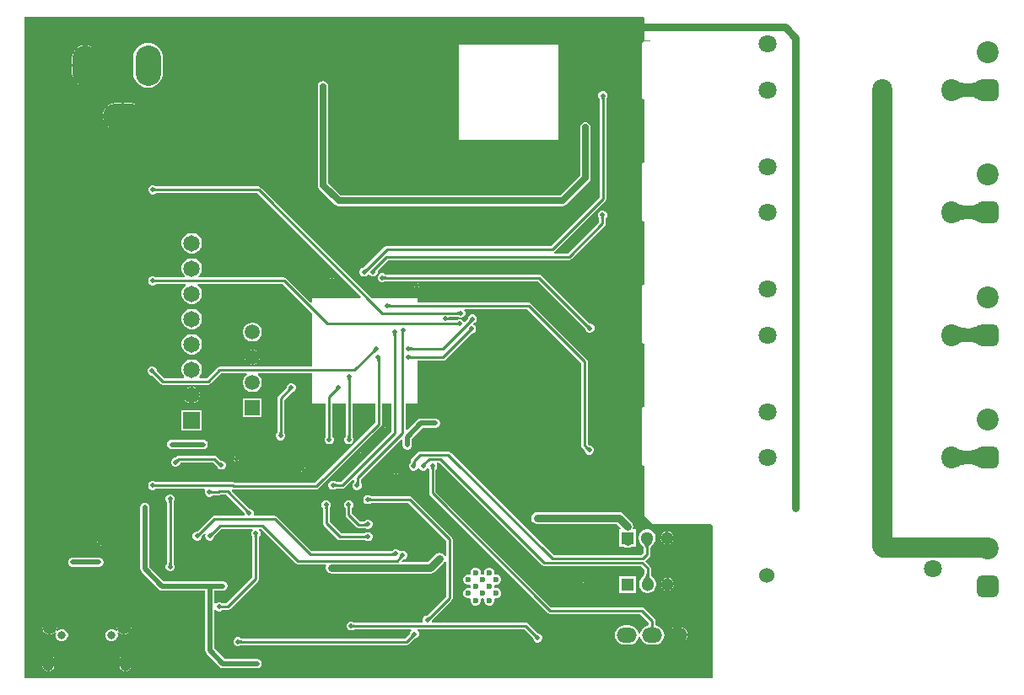
<source format=gbr>
%TF.GenerationSoftware,Altium Limited,Altium Designer,24.9.1 (31)*%
G04 Layer_Physical_Order=2*
G04 Layer_Color=16711680*
%FSLAX45Y45*%
%MOMM*%
%TF.SameCoordinates,27D3D336-BC1F-43B1-B9D8-2BE266924E3D*%
%TF.FilePolarity,Positive*%
%TF.FileFunction,Copper,L2,Bot,Signal*%
%TF.Part,Single*%
G01*
G75*
%TA.AperFunction,Conductor*%
%ADD39C,0.63500*%
%ADD40C,0.76200*%
%ADD41C,1.27000*%
%ADD42C,0.25400*%
%ADD43C,0.50800*%
%ADD45C,2.03200*%
%TA.AperFunction,ComponentPad*%
%ADD46O,4.06400X2.54000*%
%ADD47O,2.54000X4.06400*%
%ADD48C,1.80000*%
%ADD49O,2.00000X2.20000*%
%ADD50O,1.45000X2.00000*%
%ADD51O,1.15000X1.80000*%
%ADD52C,0.80000*%
%ADD53R,1.30000X1.30000*%
%ADD54C,1.30000*%
%ADD55C,1.50000*%
%ADD56R,1.50000X1.50000*%
%ADD57C,1.65100*%
%ADD58R,1.65100X1.65100*%
%ADD59O,2.00000X1.50000*%
%ADD60C,2.20000*%
G04:AMPARAMS|DCode=61|XSize=2.2mm|YSize=2.2mm|CornerRadius=0.55mm|HoleSize=0mm|Usage=FLASHONLY|Rotation=90.000|XOffset=0mm|YOffset=0mm|HoleType=Round|Shape=RoundedRectangle|*
%AMROUNDEDRECTD61*
21,1,2.20000,1.10000,0,0,90.0*
21,1,1.10000,2.20000,0,0,90.0*
1,1,1.10000,0.55000,0.55000*
1,1,1.10000,0.55000,-0.55000*
1,1,1.10000,-0.55000,-0.55000*
1,1,1.10000,-0.55000,0.55000*
%
%ADD61ROUNDEDRECTD61*%
%TA.AperFunction,ViaPad*%
%ADD62C,1.52400*%
%ADD63C,0.50800*%
%ADD64C,0.60000*%
G36*
X9588058Y5811652D02*
X9577310Y5819115D01*
X9565540Y5825792D01*
X9552748Y5831683D01*
X9538935Y5836789D01*
X9524100Y5841109D01*
X9508242Y5844644D01*
X9491363Y5847394D01*
X9473325Y5848933D01*
X9436607Y5846162D01*
X9420196Y5843480D01*
X9405449Y5840202D01*
X9392365Y5836329D01*
X9380945Y5831860D01*
X9371188Y5826795D01*
X9363096Y5821134D01*
Y6007723D01*
X9371188Y6002062D01*
X9380945Y5996997D01*
X9392365Y5992528D01*
X9405449Y5988655D01*
X9420196Y5985377D01*
X9436607Y5982696D01*
X9469431Y5979592D01*
X9491363Y5981464D01*
X9508242Y5984213D01*
X9524100Y5987748D01*
X9538935Y5992068D01*
X9552748Y5997174D01*
X9565540Y6003065D01*
X9577310Y6009742D01*
X9588058Y6017205D01*
Y5811652D01*
D02*
G37*
G36*
Y4580839D02*
X9577310Y4588301D01*
X9565540Y4594978D01*
X9552748Y4600870D01*
X9538935Y4605976D01*
X9524100Y4610296D01*
X9508242Y4613831D01*
X9491363Y4616580D01*
X9473325Y4618119D01*
X9436607Y4615348D01*
X9420196Y4612666D01*
X9405449Y4609389D01*
X9392365Y4605516D01*
X9380945Y4601046D01*
X9371188Y4595981D01*
X9363096Y4590320D01*
Y4776910D01*
X9371188Y4771249D01*
X9380945Y4766184D01*
X9392365Y4761714D01*
X9405449Y4757841D01*
X9420196Y4754564D01*
X9436607Y4751882D01*
X9469431Y4748778D01*
X9491363Y4750650D01*
X9508242Y4753399D01*
X9524100Y4756934D01*
X9538935Y4761254D01*
X9552748Y4766360D01*
X9565540Y4772252D01*
X9577310Y4778929D01*
X9588058Y4786391D01*
Y4580839D01*
D02*
G37*
G36*
X9585018Y3350025D02*
X9574270Y3357488D01*
X9562501Y3364164D01*
X9549709Y3370056D01*
X9535895Y3375162D01*
X9521060Y3379482D01*
X9505202Y3383017D01*
X9488323Y3385766D01*
X9471712Y3387184D01*
X9436607Y3384534D01*
X9420196Y3381853D01*
X9405449Y3378575D01*
X9392365Y3374702D01*
X9380945Y3370233D01*
X9371188Y3365168D01*
X9363096Y3359507D01*
Y3546096D01*
X9371188Y3540435D01*
X9380945Y3535370D01*
X9392365Y3530901D01*
X9405449Y3527027D01*
X9420196Y3523750D01*
X9436607Y3521068D01*
X9467989Y3518101D01*
X9488323Y3519836D01*
X9505202Y3522586D01*
X9521060Y3526120D01*
X9535895Y3530441D01*
X9549709Y3535547D01*
X9562501Y3541438D01*
X9574270Y3548115D01*
X9585018Y3555578D01*
Y3350025D01*
D02*
G37*
G36*
Y2119211D02*
X9574805Y2126243D01*
X9563458Y2132535D01*
X9550977Y2138086D01*
X9537361Y2142897D01*
X9522612Y2146969D01*
X9506728Y2150299D01*
X9489710Y2152890D01*
X9473071Y2154206D01*
X9436607Y2151454D01*
X9420196Y2148772D01*
X9405449Y2145495D01*
X9392365Y2141621D01*
X9380945Y2137152D01*
X9371188Y2132087D01*
X9363096Y2126426D01*
Y2313015D01*
X9371188Y2307355D01*
X9380945Y2302289D01*
X9392365Y2297820D01*
X9405449Y2293947D01*
X9420196Y2290670D01*
X9436607Y2287988D01*
X9466915Y2285122D01*
X9486936Y2286960D01*
X9503677Y2289868D01*
X9519508Y2293607D01*
X9534430Y2298176D01*
X9548441Y2303577D01*
X9561543Y2309808D01*
X9573735Y2316871D01*
X9585018Y2324764D01*
Y2119211D01*
D02*
G37*
G36*
X6220460Y6639560D02*
Y6621780D01*
X6219614Y6416040D01*
X6280161D01*
X6280864Y6413898D01*
X6271666Y6401198D01*
X6219520D01*
X6211592Y6399621D01*
X6204870Y6395130D01*
X6200379Y6388408D01*
X6198802Y6380480D01*
Y5839460D01*
X6200379Y5831532D01*
X6204870Y5824810D01*
X6211592Y5820319D01*
X6219520Y5818742D01*
X6220459D01*
X6220460Y5187078D01*
X6219520D01*
X6211592Y5185501D01*
X6204870Y5181010D01*
X6200379Y5174288D01*
X6198802Y5166360D01*
Y4612640D01*
X6200379Y4604712D01*
X6204870Y4597990D01*
X6211592Y4593499D01*
X6219520Y4591922D01*
X6220460D01*
Y3960258D01*
X6219520D01*
X6211592Y3958681D01*
X6204870Y3954190D01*
X6200379Y3947468D01*
X6198802Y3939540D01*
Y3385820D01*
X6200379Y3377892D01*
X6204870Y3371170D01*
X6211592Y3366679D01*
X6219520Y3365102D01*
X6220460D01*
X6220460Y2733438D01*
X6219520D01*
X6211592Y2731861D01*
X6204870Y2727370D01*
X6200379Y2720648D01*
X6198802Y2712720D01*
Y2159000D01*
X6200379Y2151072D01*
X6204870Y2144350D01*
X6211592Y2139859D01*
X6219520Y2138282D01*
X6220460D01*
Y1638300D01*
X6310017Y1548743D01*
X6890330Y1552062D01*
X6901179Y1546860D01*
X6901180D01*
X6908800Y1537351D01*
Y0D01*
X0D01*
Y6650000D01*
X6215004D01*
X6220460Y6639560D01*
D02*
G37*
%LPC*%
G36*
X619760Y6364664D02*
Y6174740D01*
X735156D01*
Y6238240D01*
X730791Y6271394D01*
X717994Y6302288D01*
X697637Y6328817D01*
X671108Y6349174D01*
X640214Y6361971D01*
X619760Y6364664D01*
D02*
G37*
G36*
X594360D02*
X573906Y6361971D01*
X543012Y6349174D01*
X516483Y6328817D01*
X496126Y6302288D01*
X483329Y6271394D01*
X478964Y6238240D01*
Y6174740D01*
X594360D01*
Y6364664D01*
D02*
G37*
G36*
X735156Y6149340D02*
X619760D01*
Y5959416D01*
X640214Y5962109D01*
X671108Y5974906D01*
X697637Y5995263D01*
X717994Y6021792D01*
X730791Y6052686D01*
X735156Y6085840D01*
Y6149340D01*
D02*
G37*
G36*
X594360D02*
X478964D01*
Y6085840D01*
X483329Y6052686D01*
X496126Y6021792D01*
X516483Y5995263D01*
X543012Y5974906D01*
X573906Y5962109D01*
X594360Y5959416D01*
Y6149340D01*
D02*
G37*
G36*
X1242060Y6386273D02*
X1213180Y6383428D01*
X1185410Y6375005D01*
X1159817Y6361325D01*
X1137385Y6342915D01*
X1118975Y6320483D01*
X1105295Y6294890D01*
X1096872Y6267120D01*
X1094027Y6238240D01*
Y6085840D01*
X1096872Y6056960D01*
X1105295Y6029190D01*
X1118975Y6003597D01*
X1137385Y5981165D01*
X1159817Y5962755D01*
X1185410Y5949075D01*
X1213180Y5940652D01*
X1242060Y5937807D01*
X1270940Y5940652D01*
X1298710Y5949075D01*
X1324303Y5962755D01*
X1346735Y5981165D01*
X1365145Y6003597D01*
X1378825Y6029190D01*
X1387248Y6056960D01*
X1390093Y6085840D01*
Y6238240D01*
X1387248Y6267120D01*
X1378825Y6294890D01*
X1365145Y6320483D01*
X1346735Y6342915D01*
X1324303Y6361325D01*
X1298710Y6375005D01*
X1270940Y6383428D01*
X1242060Y6386273D01*
D02*
G37*
G36*
X1064260Y5782136D02*
X1000760D01*
Y5666740D01*
X1190684D01*
X1187991Y5687194D01*
X1175194Y5718088D01*
X1154837Y5744617D01*
X1128308Y5764974D01*
X1097414Y5777771D01*
X1064260Y5782136D01*
D02*
G37*
G36*
X975360D02*
X911860D01*
X878706Y5777771D01*
X847812Y5764974D01*
X821283Y5744617D01*
X800926Y5718088D01*
X788129Y5687194D01*
X785436Y5666740D01*
X975360D01*
Y5782136D01*
D02*
G37*
G36*
X1190684Y5641340D02*
X1000760D01*
Y5525944D01*
X1064260D01*
X1097414Y5530309D01*
X1128308Y5543106D01*
X1154837Y5563463D01*
X1175194Y5589992D01*
X1187991Y5620886D01*
X1190684Y5641340D01*
D02*
G37*
G36*
X975360D02*
X785436D01*
X788129Y5620886D01*
X800926Y5589992D01*
X821283Y5563463D01*
X847812Y5543106D01*
X878706Y5530309D01*
X911860Y5525944D01*
X975360D01*
Y5641340D01*
D02*
G37*
G36*
X5364100Y6370320D02*
X4364100D01*
Y5410320D01*
X5364100D01*
Y6370320D01*
D02*
G37*
G36*
X2996878Y6001770D02*
X2976562Y5997729D01*
X2959338Y5986220D01*
X2947830Y5968997D01*
X2943788Y5948680D01*
Y4958403D01*
X2943788Y4958402D01*
X2947830Y4938085D01*
X2959338Y4920861D01*
X3117139Y4763060D01*
X3117140Y4763060D01*
X3134363Y4751551D01*
X3154680Y4747510D01*
X3154681Y4747510D01*
X5402579D01*
X5402580Y4747510D01*
X5422897Y4751551D01*
X5440120Y4763060D01*
X5668720Y4991659D01*
X5668720Y4991660D01*
X5680229Y5008883D01*
X5684270Y5029200D01*
Y5539740D01*
X5680229Y5560057D01*
X5668720Y5577280D01*
X5651497Y5588789D01*
X5631180Y5592830D01*
X5610863Y5588789D01*
X5593640Y5577280D01*
X5582131Y5560057D01*
X5578090Y5539740D01*
Y5051191D01*
X5380589Y4853690D01*
X3176671D01*
X3049968Y4980392D01*
Y5948680D01*
X3045927Y5968997D01*
X3034419Y5986220D01*
X3017195Y5997729D01*
X2996878Y6001770D01*
D02*
G37*
G36*
X1692483Y4476750D02*
X1665397D01*
X1639234Y4469740D01*
X1615776Y4456197D01*
X1596623Y4437044D01*
X1583080Y4413586D01*
X1576070Y4387423D01*
Y4360337D01*
X1583080Y4334174D01*
X1596623Y4310716D01*
X1615776Y4291563D01*
X1639234Y4278020D01*
X1665397Y4271010D01*
X1692483D01*
X1718646Y4278020D01*
X1742104Y4291563D01*
X1761257Y4310716D01*
X1774800Y4334174D01*
X1781810Y4360337D01*
Y4387423D01*
X1774800Y4413586D01*
X1761257Y4437044D01*
X1742104Y4456197D01*
X1718646Y4469740D01*
X1692483Y4476750D01*
D02*
G37*
G36*
X3101340Y4060832D02*
Y4051300D01*
X3110872D01*
X3110173Y4052988D01*
X3103028Y4060133D01*
X3101340Y4060832D01*
D02*
G37*
G36*
X3075940D02*
X3074252Y4060133D01*
X3067107Y4052988D01*
X3066408Y4051300D01*
X3075940D01*
Y4060832D01*
D02*
G37*
G36*
X5815534Y5902960D02*
X5797346D01*
X5780542Y5895999D01*
X5767681Y5883138D01*
X5760720Y5866334D01*
Y5848146D01*
X5767681Y5831342D01*
X5772371Y5826651D01*
X5772438Y5826493D01*
X5772442Y5826480D01*
X5772583Y5825862D01*
X5772702Y5825129D01*
X5772773Y5824276D01*
Y4837405D01*
X5284495Y4349127D01*
X3638749D01*
X3625865Y4346564D01*
X3614942Y4339266D01*
X3407193Y4131517D01*
X3406588Y4131000D01*
X3405930Y4130519D01*
X3405339Y4130139D01*
X3405267Y4130100D01*
X3405216Y4130089D01*
X3405104Y4130040D01*
X3399586D01*
X3382782Y4123079D01*
X3369921Y4110218D01*
X3362960Y4093414D01*
Y4075226D01*
X3369921Y4058422D01*
X3382782Y4045561D01*
X3399586Y4038600D01*
X3417774D01*
X3434578Y4045561D01*
X3447439Y4058422D01*
X3448385Y4060705D01*
X3462132D01*
X3462313Y4060268D01*
X3475174Y4047407D01*
X3491978Y4040447D01*
X3510166D01*
X3526970Y4047407D01*
X3539831Y4060268D01*
X3546792Y4077072D01*
Y4095261D01*
X3544718Y4100268D01*
X3650202Y4205753D01*
X5468780D01*
X5481664Y4208316D01*
X5492586Y4215614D01*
X5825166Y4548194D01*
X5832464Y4559116D01*
X5835027Y4572000D01*
Y4623183D01*
X5835056Y4623457D01*
X5835217Y4624442D01*
X5835357Y4625058D01*
X5835362Y4625074D01*
X5835429Y4625231D01*
X5840119Y4629922D01*
X5847080Y4646726D01*
Y4664914D01*
X5840119Y4681718D01*
X5827258Y4694579D01*
X5810454Y4701540D01*
X5792266D01*
X5775462Y4694579D01*
X5762601Y4681718D01*
X5755640Y4664914D01*
Y4646726D01*
X5762601Y4629922D01*
X5767291Y4625231D01*
X5767358Y4625073D01*
X5767362Y4625060D01*
X5767503Y4624442D01*
X5767622Y4623709D01*
X5767693Y4622856D01*
Y4585945D01*
X5454835Y4273087D01*
X5315578D01*
X5314515Y4275904D01*
X5313466Y4285787D01*
X5322246Y4291654D01*
X5830246Y4799654D01*
X5837544Y4810576D01*
X5840107Y4823460D01*
Y5824603D01*
X5840136Y5824877D01*
X5840297Y5825862D01*
X5840437Y5826478D01*
X5840442Y5826494D01*
X5840509Y5826651D01*
X5845199Y5831342D01*
X5852160Y5848146D01*
Y5866334D01*
X5845199Y5883138D01*
X5832338Y5895999D01*
X5815534Y5902960D01*
D02*
G37*
G36*
X3110872Y4025900D02*
X3101340D01*
Y4016368D01*
X3103028Y4017067D01*
X3110173Y4024212D01*
X3110872Y4025900D01*
D02*
G37*
G36*
X3075940D02*
X3066408D01*
X3067107Y4024212D01*
X3074252Y4017067D01*
X3075940Y4016368D01*
Y4025900D01*
D02*
G37*
G36*
X3949700Y3971932D02*
Y3962400D01*
X3959232D01*
X3958533Y3964088D01*
X3951388Y3971233D01*
X3949700Y3971932D01*
D02*
G37*
G36*
X3924300D02*
X3922612Y3971233D01*
X3915467Y3964088D01*
X3914768Y3962400D01*
X3924300D01*
Y3971932D01*
D02*
G37*
G36*
X3959232Y3937000D02*
X3949700D01*
Y3927468D01*
X3951388Y3928167D01*
X3958533Y3935312D01*
X3959232Y3937000D01*
D02*
G37*
G36*
X3924300D02*
X3914768D01*
X3915467Y3935312D01*
X3922612Y3928167D01*
X3924300Y3927468D01*
Y3937000D01*
D02*
G37*
G36*
X1299339Y4956303D02*
X1281150D01*
X1264346Y4949342D01*
X1251485Y4936481D01*
X1244524Y4919677D01*
Y4901489D01*
X1251485Y4884685D01*
X1264346Y4871824D01*
X1281150Y4864863D01*
X1299339D01*
X1316143Y4871824D01*
X1320833Y4876514D01*
X1320991Y4876581D01*
X1321005Y4876585D01*
X1321622Y4876726D01*
X1322355Y4876845D01*
X1323208Y4876916D01*
X2337332D01*
X3378134Y3836113D01*
X3373274Y3824380D01*
X2883760D01*
Y3783337D01*
X2872027Y3778477D01*
X2630398Y4020106D01*
X2619475Y4027404D01*
X2606591Y4029967D01*
X1752467D01*
X1747207Y4042667D01*
X1761257Y4056716D01*
X1774800Y4080174D01*
X1781810Y4106337D01*
Y4133423D01*
X1774800Y4159586D01*
X1761257Y4183044D01*
X1742104Y4202197D01*
X1718646Y4215740D01*
X1692483Y4222750D01*
X1665397D01*
X1639234Y4215740D01*
X1615776Y4202197D01*
X1596623Y4183044D01*
X1583080Y4159586D01*
X1576070Y4133423D01*
Y4106337D01*
X1583080Y4080174D01*
X1596623Y4056716D01*
X1610673Y4042667D01*
X1605413Y4029967D01*
X1320128D01*
X1319859Y4029995D01*
X1318851Y4030155D01*
X1318199Y4030301D01*
X1318196Y4030303D01*
X1317984Y4030389D01*
X1313678Y4034696D01*
X1296874Y4041656D01*
X1278686D01*
X1261882Y4034696D01*
X1249021Y4021834D01*
X1242060Y4005030D01*
Y3986842D01*
X1249021Y3970038D01*
X1261882Y3957177D01*
X1278686Y3950216D01*
X1296874D01*
X1313678Y3957177D01*
X1318763Y3962262D01*
X1318844Y3962297D01*
X1318872Y3962306D01*
X1319459Y3962443D01*
X1320155Y3962559D01*
X1321029Y3962633D01*
X1615380D01*
X1618783Y3949933D01*
X1615776Y3948197D01*
X1596623Y3929044D01*
X1583080Y3905586D01*
X1576070Y3879423D01*
Y3852337D01*
X1583080Y3826174D01*
X1596623Y3802716D01*
X1615776Y3783563D01*
X1639234Y3770020D01*
X1665397Y3763010D01*
X1692483D01*
X1718646Y3770020D01*
X1742104Y3783563D01*
X1761257Y3802716D01*
X1774800Y3826174D01*
X1781810Y3852337D01*
Y3879423D01*
X1774800Y3905586D01*
X1761257Y3929044D01*
X1742104Y3948197D01*
X1739097Y3949933D01*
X1742500Y3962633D01*
X2592646D01*
X2883760Y3671519D01*
Y3132467D01*
X1957313D01*
X1944429Y3129904D01*
X1933507Y3122606D01*
X1831738Y3020837D01*
X1759338D01*
X1754078Y3033537D01*
X1761257Y3040716D01*
X1774800Y3064174D01*
X1781810Y3090337D01*
Y3117423D01*
X1774800Y3143586D01*
X1761257Y3167044D01*
X1742104Y3186197D01*
X1718646Y3199740D01*
X1692483Y3206750D01*
X1665397D01*
X1639234Y3199740D01*
X1615776Y3186197D01*
X1596623Y3167044D01*
X1583080Y3143586D01*
X1576070Y3117423D01*
Y3090337D01*
X1583080Y3064174D01*
X1596623Y3040716D01*
X1603802Y3033537D01*
X1598542Y3020837D01*
X1400655D01*
X1329584Y3091908D01*
X1329408Y3092126D01*
X1328830Y3092929D01*
X1328491Y3093469D01*
X1328482Y3093486D01*
X1328420Y3093640D01*
Y3100274D01*
X1321459Y3117078D01*
X1308598Y3129939D01*
X1291794Y3136900D01*
X1273606D01*
X1256802Y3129939D01*
X1243941Y3117078D01*
X1236980Y3100274D01*
Y3082086D01*
X1243941Y3065282D01*
X1256802Y3052421D01*
X1273606Y3045460D01*
X1280240D01*
X1280394Y3045398D01*
X1280412Y3045388D01*
X1280949Y3045051D01*
X1281549Y3044619D01*
X1282202Y3044065D01*
X1362903Y2963364D01*
X1373826Y2956066D01*
X1386709Y2953504D01*
X1845684D01*
X1858568Y2956066D01*
X1869490Y2963364D01*
X1971258Y3065133D01*
X2229758D01*
X2233161Y3052433D01*
X2230012Y3050615D01*
X2212265Y3032868D01*
X2199716Y3011132D01*
X2193220Y2986889D01*
Y2961791D01*
X2199716Y2937548D01*
X2212265Y2915812D01*
X2230012Y2898065D01*
X2251748Y2885516D01*
X2275991Y2879020D01*
X2301089D01*
X2325332Y2885516D01*
X2347068Y2898065D01*
X2364815Y2915812D01*
X2377364Y2937548D01*
X2383860Y2961791D01*
Y2986889D01*
X2377364Y3011132D01*
X2364815Y3032868D01*
X2347068Y3050615D01*
X2343919Y3052433D01*
X2347322Y3065133D01*
X2883760D01*
Y2764380D01*
X3026833D01*
Y2432033D01*
X3026803Y2431759D01*
X3026643Y2430774D01*
X3026502Y2430158D01*
X3026497Y2430142D01*
X3026431Y2429984D01*
X3021740Y2425294D01*
X3014780Y2408490D01*
Y2390302D01*
X3021740Y2373497D01*
X3034601Y2360636D01*
X3051406Y2353676D01*
X3069594D01*
X3086398Y2360636D01*
X3099259Y2373497D01*
X3106220Y2390302D01*
Y2408490D01*
X3099259Y2425294D01*
X3094569Y2429984D01*
X3094502Y2430143D01*
X3094498Y2430156D01*
X3094357Y2430774D01*
X3094237Y2431506D01*
X3094167Y2432360D01*
Y2764380D01*
X3225308D01*
Y2433654D01*
X3225272Y2433359D01*
X3225131Y2432595D01*
X3217830Y2425294D01*
X3210870Y2408490D01*
Y2390302D01*
X3217830Y2373497D01*
X3230691Y2360636D01*
X3247495Y2353676D01*
X3265684D01*
X3282488Y2360636D01*
X3295349Y2373497D01*
X3302310Y2390302D01*
Y2408490D01*
X3295349Y2425294D01*
X3292994Y2427649D01*
X3292977Y2427718D01*
X3292815Y2428555D01*
X3292683Y2429519D01*
X3292642Y2430107D01*
Y2764380D01*
X3519793D01*
Y2569185D01*
X2915952Y1965345D01*
X2114397D01*
X2108740Y1969124D01*
X2095856Y1971687D01*
X1321389D01*
X1321091Y1971721D01*
X1320220Y1971874D01*
X1319832Y1971970D01*
X1313678Y1978123D01*
X1296874Y1985084D01*
X1278686D01*
X1261882Y1978123D01*
X1249021Y1965262D01*
X1242060Y1948458D01*
Y1930270D01*
X1249021Y1913466D01*
X1261882Y1900605D01*
X1278686Y1893644D01*
X1296874D01*
X1313678Y1900605D01*
X1317035Y1903961D01*
X1317224Y1904014D01*
X1317966Y1904169D01*
X1318826Y1904297D01*
X1319561Y1904353D01*
X1806584D01*
X1814873Y1891653D01*
X1811020Y1882352D01*
Y1864163D01*
X1817981Y1847359D01*
X1830842Y1834498D01*
X1847646Y1827538D01*
X1865834D01*
X1882638Y1834498D01*
X1887329Y1839189D01*
X1887487Y1839256D01*
X1887500Y1839260D01*
X1888118Y1839401D01*
X1888851Y1839520D01*
X1889704Y1839591D01*
X1947596D01*
X1960480Y1842154D01*
X1966137Y1845933D01*
X2023975D01*
X2209476Y1660432D01*
X2209653Y1660214D01*
X2210230Y1659411D01*
X2210570Y1658871D01*
X2210579Y1658854D01*
X2210641Y1658700D01*
Y1652066D01*
X2212918Y1646567D01*
X2204432Y1633867D01*
X1905000D01*
X1892116Y1631304D01*
X1881194Y1624006D01*
X1734092Y1476904D01*
X1733874Y1476728D01*
X1733071Y1476150D01*
X1732531Y1475811D01*
X1732514Y1475802D01*
X1732360Y1475740D01*
X1725726D01*
X1708922Y1468779D01*
X1696061Y1455918D01*
X1689100Y1439114D01*
Y1420926D01*
X1696061Y1404122D01*
X1708922Y1391261D01*
X1725726Y1384300D01*
X1743914D01*
X1760718Y1391261D01*
X1773579Y1404122D01*
X1780540Y1420926D01*
Y1427560D01*
X1780602Y1427714D01*
X1780612Y1427732D01*
X1780949Y1428269D01*
X1781381Y1428869D01*
X1781935Y1429522D01*
X1808214Y1455801D01*
X1818980Y1448607D01*
X1816100Y1441654D01*
Y1423466D01*
X1823061Y1406662D01*
X1835922Y1393801D01*
X1852726Y1386840D01*
X1870914D01*
X1887718Y1393801D01*
X1900579Y1406662D01*
X1907540Y1423466D01*
Y1430100D01*
X1907602Y1430254D01*
X1907612Y1430272D01*
X1907949Y1430809D01*
X1908381Y1431409D01*
X1908935Y1432062D01*
X1979905Y1503033D01*
X2286555D01*
X2291815Y1490333D01*
X2282801Y1481318D01*
X2275840Y1464514D01*
Y1446326D01*
X2282801Y1429522D01*
X2287491Y1424831D01*
X2287558Y1424673D01*
X2287562Y1424660D01*
X2287703Y1424042D01*
X2287822Y1423309D01*
X2287893Y1422456D01*
Y1017245D01*
X2025675Y755027D01*
X1985897D01*
X1985623Y755056D01*
X1984638Y755217D01*
X1984022Y755357D01*
X1984006Y755362D01*
X1983849Y755429D01*
X1979158Y760119D01*
X1962354Y767080D01*
X1944166D01*
X1927362Y760119D01*
X1919723Y752481D01*
X1907023Y757741D01*
Y883024D01*
X1991360D01*
X1995862Y883920D01*
X2000454D01*
X2004696Y885677D01*
X2009199Y886573D01*
X2013016Y889123D01*
X2017258Y890881D01*
X2020505Y894127D01*
X2024322Y896678D01*
X2026873Y900495D01*
X2030119Y903742D01*
X2031877Y907984D01*
X2034427Y911801D01*
X2035323Y916304D01*
X2037080Y920546D01*
Y925138D01*
X2037976Y929640D01*
X2037080Y934142D01*
Y938734D01*
X2035323Y942976D01*
X2034427Y947479D01*
X2031877Y951296D01*
X2030119Y955538D01*
X2026873Y958785D01*
X2024322Y962602D01*
X2020505Y965153D01*
X2017258Y968399D01*
X2013016Y970157D01*
X2009199Y972707D01*
X2004696Y973603D01*
X2000454Y975360D01*
X1995862D01*
X1991360Y976256D01*
X1401069D01*
X1256892Y1120433D01*
Y1720816D01*
X1255996Y1725318D01*
Y1729910D01*
X1254239Y1734152D01*
X1253343Y1738655D01*
X1250793Y1742472D01*
X1249035Y1746714D01*
X1245788Y1749961D01*
X1243238Y1753778D01*
X1239421Y1756328D01*
X1236174Y1759575D01*
X1231932Y1761333D01*
X1228115Y1763883D01*
X1223612Y1764779D01*
X1219370Y1766536D01*
X1214778D01*
X1210276Y1767432D01*
X1205774Y1766536D01*
X1201182D01*
X1196940Y1764779D01*
X1192437Y1763883D01*
X1188620Y1761333D01*
X1184378Y1759575D01*
X1181131Y1756328D01*
X1177314Y1753778D01*
X1174763Y1749961D01*
X1171517Y1746714D01*
X1169759Y1742472D01*
X1167209Y1738655D01*
X1166313Y1734152D01*
X1164556Y1729910D01*
Y1725318D01*
X1163660Y1720816D01*
Y1101124D01*
X1167209Y1083285D01*
X1177314Y1068162D01*
X1348798Y896678D01*
X1363921Y886573D01*
X1381760Y883024D01*
X1813792D01*
Y280813D01*
X1817340Y262974D01*
X1827445Y247851D01*
X1959811Y115485D01*
X1974934Y105380D01*
X1992773Y101832D01*
X2337927D01*
X2342430Y102727D01*
X2347021D01*
X2351264Y104484D01*
X2355766Y105380D01*
X2359584Y107931D01*
X2363826Y109688D01*
X2367072Y112935D01*
X2370889Y115485D01*
X2373440Y119302D01*
X2376687Y122549D01*
X2378444Y126791D01*
X2380994Y130608D01*
X2381890Y135111D01*
X2383647Y139353D01*
Y143945D01*
X2384543Y148447D01*
X2383647Y152950D01*
Y157541D01*
X2381890Y161784D01*
X2380994Y166286D01*
X2378444Y170104D01*
X2376687Y174346D01*
X2373440Y177592D01*
X2370889Y181409D01*
X2367072Y183960D01*
X2363826Y187207D01*
X2359584Y188964D01*
X2355766Y191514D01*
X2351264Y192410D01*
X2347021Y194167D01*
X2342430D01*
X2337927Y195063D01*
X2012082D01*
X1907023Y300122D01*
Y684979D01*
X1919723Y690239D01*
X1927362Y682601D01*
X1944166Y675640D01*
X1962354D01*
X1979158Y682601D01*
X1983849Y687291D01*
X1984007Y687358D01*
X1984020Y687362D01*
X1984638Y687503D01*
X1985371Y687622D01*
X1986224Y687693D01*
X2039620D01*
X2052504Y690256D01*
X2063426Y697554D01*
X2345366Y979494D01*
X2352664Y990416D01*
X2355227Y1003300D01*
Y1422783D01*
X2355256Y1423057D01*
X2355417Y1424042D01*
X2355557Y1424658D01*
X2355562Y1424674D01*
X2355629Y1424831D01*
X2360319Y1429522D01*
X2367280Y1446326D01*
Y1464514D01*
X2360319Y1481318D01*
X2351305Y1490333D01*
X2356565Y1503033D01*
X2373655D01*
X2716854Y1159834D01*
X2727777Y1152536D01*
X2740660Y1149973D01*
X3027393D01*
X3033380Y1138772D01*
X3031070Y1135314D01*
X3026535Y1112520D01*
X3031070Y1089726D01*
X3043981Y1070401D01*
X3063306Y1057490D01*
X3086100Y1052955D01*
X4074160D01*
X4096954Y1057490D01*
X4116279Y1070401D01*
X4207719Y1161841D01*
X4218293Y1177667D01*
X4230993Y1173815D01*
Y821665D01*
X4042952Y633624D01*
X4042734Y633448D01*
X4041931Y632870D01*
X4041391Y632531D01*
X4041374Y632522D01*
X4041220Y632460D01*
X4034586D01*
X4017782Y625499D01*
X4004921Y612638D01*
X3997960Y595834D01*
Y577646D01*
X4000515Y571476D01*
X3993460Y560917D01*
X3313550D01*
X3313276Y560946D01*
X3312290Y561106D01*
X3311674Y561247D01*
X3311658Y561252D01*
X3311501Y561319D01*
X3306811Y566009D01*
X3290007Y572970D01*
X3271818D01*
X3255014Y566009D01*
X3242153Y553148D01*
X3235192Y536344D01*
Y518155D01*
X3242153Y501351D01*
X3255014Y488490D01*
X3271818Y481530D01*
X3290007D01*
X3306811Y488490D01*
X3311501Y493181D01*
X3311659Y493248D01*
X3311673Y493252D01*
X3312290Y493393D01*
X3313023Y493512D01*
X3313876Y493583D01*
X3878064D01*
X3883325Y480883D01*
X3875381Y472938D01*
X3868420Y456134D01*
Y449500D01*
X3868358Y449346D01*
X3868348Y449328D01*
X3868011Y448791D01*
X3867579Y448191D01*
X3867025Y447538D01*
X3822835Y403347D01*
X2177547D01*
X2177274Y403376D01*
X2176288Y403537D01*
X2175672Y403677D01*
X2175656Y403682D01*
X2175499Y403749D01*
X2170808Y408439D01*
X2154004Y415400D01*
X2135816D01*
X2119012Y408439D01*
X2106151Y395578D01*
X2099190Y378774D01*
Y360586D01*
X2106151Y343782D01*
X2119012Y330921D01*
X2135816Y323960D01*
X2154004D01*
X2170808Y330921D01*
X2175499Y335611D01*
X2175657Y335678D01*
X2175671Y335682D01*
X2176288Y335823D01*
X2177021Y335942D01*
X2177874Y336013D01*
X3836780D01*
X3849664Y338576D01*
X3860586Y345874D01*
X3914868Y400156D01*
X3915086Y400332D01*
X3915889Y400910D01*
X3916429Y401249D01*
X3916446Y401258D01*
X3916600Y401320D01*
X3923234D01*
X3940038Y408281D01*
X3952899Y421142D01*
X3959860Y437946D01*
Y456134D01*
X3952899Y472938D01*
X3944955Y480883D01*
X3950216Y493583D01*
X5016645D01*
X5104396Y405832D01*
X5104572Y405614D01*
X5105150Y404811D01*
X5105489Y404271D01*
X5105498Y404254D01*
X5105560Y404100D01*
Y397466D01*
X5112521Y380662D01*
X5125382Y367801D01*
X5142186Y360840D01*
X5160374D01*
X5177178Y367801D01*
X5190039Y380662D01*
X5197000Y397466D01*
Y415654D01*
X5190039Y432458D01*
X5177178Y445319D01*
X5160374Y452280D01*
X5153740D01*
X5153586Y452342D01*
X5153568Y452352D01*
X5153031Y452689D01*
X5152431Y453121D01*
X5151778Y453675D01*
X5054397Y551056D01*
X5043474Y558354D01*
X5030590Y560917D01*
X4093900D01*
X4086845Y571476D01*
X4089400Y577646D01*
Y584280D01*
X4089462Y584434D01*
X4089472Y584452D01*
X4089809Y584989D01*
X4090241Y585589D01*
X4090795Y586242D01*
X4288466Y783914D01*
X4295764Y794836D01*
X4298327Y807720D01*
Y1399540D01*
X4295764Y1412424D01*
X4288466Y1423346D01*
X3889686Y1822126D01*
X3878764Y1829424D01*
X3865880Y1831987D01*
X3479417D01*
X3479143Y1832016D01*
X3478158Y1832177D01*
X3477542Y1832317D01*
X3477526Y1832322D01*
X3477369Y1832389D01*
X3472678Y1837079D01*
X3455874Y1844040D01*
X3437686D01*
X3420882Y1837079D01*
X3408021Y1824218D01*
X3401060Y1807414D01*
Y1789226D01*
X3408021Y1772422D01*
X3420882Y1759561D01*
X3437686Y1752600D01*
X3455874D01*
X3472678Y1759561D01*
X3477369Y1764251D01*
X3477527Y1764318D01*
X3477540Y1764322D01*
X3478158Y1764463D01*
X3478891Y1764582D01*
X3479744Y1764653D01*
X3851935D01*
X4230993Y1385595D01*
Y1234105D01*
X4218293Y1230253D01*
X4207719Y1246079D01*
X4188394Y1258990D01*
X4165600Y1263525D01*
X4142806Y1258990D01*
X4123481Y1246079D01*
X4049487Y1172085D01*
X3794070D01*
X3789210Y1183818D01*
X3798028Y1192636D01*
X3798246Y1192812D01*
X3799049Y1193390D01*
X3799589Y1193729D01*
X3799606Y1193738D01*
X3799760Y1193800D01*
X3806394D01*
X3823198Y1200761D01*
X3836059Y1213622D01*
X3843020Y1230426D01*
Y1248614D01*
X3836059Y1265418D01*
X3823198Y1278279D01*
X3806394Y1285240D01*
X3788206D01*
X3771402Y1278279D01*
X3770062Y1276940D01*
X3765809Y1277786D01*
X3752948Y1290647D01*
X3736144Y1297608D01*
X3717955D01*
X3701151Y1290647D01*
X3691320Y1280816D01*
X3691230Y1280807D01*
X2881605D01*
X2538406Y1624006D01*
X2527484Y1631304D01*
X2514600Y1633867D01*
X2308289D01*
X2299803Y1646567D01*
X2302081Y1652066D01*
Y1670254D01*
X2295120Y1687058D01*
X2282259Y1699919D01*
X2265455Y1706880D01*
X2258821D01*
X2258667Y1706942D01*
X2258648Y1706952D01*
X2258111Y1707289D01*
X2257512Y1707721D01*
X2256858Y1708275D01*
X2080800Y1884333D01*
X2084224Y1898870D01*
X2089315Y1900573D01*
X2102199Y1898011D01*
X2929898D01*
X2942782Y1900574D01*
X2953704Y1907871D01*
X3577266Y2531434D01*
X3584564Y2542356D01*
X3587127Y2555240D01*
Y2764380D01*
X3682353D01*
Y2482825D01*
X3175444Y1975917D01*
X3130587D01*
X3130313Y1975946D01*
X3129327Y1976106D01*
X3128712Y1976247D01*
X3128696Y1976252D01*
X3128538Y1976319D01*
X3123848Y1981009D01*
X3107044Y1987970D01*
X3088855D01*
X3072051Y1981009D01*
X3059190Y1968148D01*
X3052230Y1951344D01*
Y1933155D01*
X3059190Y1916351D01*
X3072051Y1903490D01*
X3088855Y1896530D01*
X3107044D01*
X3123848Y1903490D01*
X3128538Y1908181D01*
X3128697Y1908248D01*
X3128710Y1908252D01*
X3129327Y1908393D01*
X3130060Y1908512D01*
X3130913Y1908583D01*
X3189390D01*
X3202274Y1911146D01*
X3213196Y1918443D01*
X3296120Y2001368D01*
X3307854Y1996508D01*
Y1973106D01*
X3307834Y1972952D01*
X3298801Y1963918D01*
X3291840Y1947114D01*
Y1928926D01*
X3298801Y1912122D01*
X3311662Y1899261D01*
X3328466Y1892300D01*
X3346654D01*
X3363458Y1899261D01*
X3376319Y1912122D01*
X3383280Y1928926D01*
Y1947114D01*
X3376319Y1963918D01*
X3375440Y1964798D01*
X3375402Y1965025D01*
X3375188Y1967774D01*
Y2000275D01*
X3783556Y2408643D01*
X3795289Y2403783D01*
Y2345535D01*
X3796185Y2341033D01*
Y2336441D01*
X3797942Y2332199D01*
X3798837Y2327696D01*
X3801388Y2323879D01*
X3803145Y2319637D01*
X3806392Y2316390D01*
X3808943Y2312573D01*
X3812759Y2310023D01*
X3816006Y2306776D01*
X3820248Y2305019D01*
X3824066Y2302468D01*
X3828568Y2301572D01*
X3832810Y2299815D01*
X3837402D01*
X3841905Y2298920D01*
X3846407Y2299815D01*
X3850999D01*
X3855241Y2301572D01*
X3859744Y2302468D01*
X3863561Y2305019D01*
X3867803Y2306776D01*
X3871050Y2310023D01*
X3874867Y2312573D01*
X3877417Y2316390D01*
X3880664Y2319637D01*
X3882421Y2323879D01*
X3884972Y2327696D01*
X3885868Y2332199D01*
X3887625Y2336441D01*
Y2341033D01*
X3888520Y2345535D01*
Y2407816D01*
X3999489Y2518784D01*
X4124960D01*
X4129462Y2519680D01*
X4134054D01*
X4138296Y2521437D01*
X4142799Y2522333D01*
X4146616Y2524883D01*
X4150858Y2526641D01*
X4154105Y2529887D01*
X4157922Y2532438D01*
X4160473Y2536255D01*
X4163719Y2539502D01*
X4165477Y2543744D01*
X4168027Y2547561D01*
X4168923Y2552064D01*
X4170680Y2556306D01*
Y2560898D01*
X4171576Y2565400D01*
X4170680Y2569902D01*
Y2574494D01*
X4168923Y2578736D01*
X4168027Y2583239D01*
X4165477Y2587056D01*
X4163719Y2591298D01*
X4160473Y2594545D01*
X4157922Y2598362D01*
X4154105Y2600913D01*
X4150858Y2604159D01*
X4146616Y2605917D01*
X4142799Y2608467D01*
X4138296Y2609363D01*
X4134054Y2611120D01*
X4129462D01*
X4124960Y2612016D01*
X3980180D01*
X3962341Y2608467D01*
X3947218Y2598362D01*
X3842700Y2493845D01*
X3830967Y2498705D01*
Y2764380D01*
X3943284D01*
X3943760Y2764856D01*
Y3192133D01*
X4201160D01*
X4214044Y3194696D01*
X4224966Y3201994D01*
X4488908Y3465936D01*
X4489126Y3466112D01*
X4489929Y3466690D01*
X4490469Y3467029D01*
X4490486Y3467038D01*
X4490640Y3467100D01*
X4497274D01*
X4514078Y3474061D01*
X4526939Y3486922D01*
X4533900Y3503726D01*
Y3521914D01*
X4526939Y3538718D01*
X4514078Y3551579D01*
X4507216Y3554422D01*
X4507208Y3554464D01*
X4508479Y3567645D01*
X4521698Y3573121D01*
X4534559Y3585982D01*
X4541520Y3602786D01*
Y3620974D01*
X4534559Y3637778D01*
X4521698Y3650639D01*
X4504894Y3657600D01*
X4486706D01*
X4469902Y3650639D01*
X4457041Y3637778D01*
X4450080Y3620974D01*
Y3611573D01*
X4449963Y3611377D01*
X4449637Y3610908D01*
X4449041Y3610193D01*
X4421458Y3582611D01*
X4409002Y3585088D01*
X4406890Y3590187D01*
X4394029Y3603048D01*
X4377225Y3610009D01*
X4359036D01*
X4342232Y3603048D01*
X4336809Y3597625D01*
X4336792Y3597617D01*
X4336768Y3597610D01*
X4336207Y3597476D01*
X4335540Y3597363D01*
X4334650Y3597287D01*
X4255591D01*
X4251069Y3604260D01*
X4222750D01*
Y3629660D01*
X4251069D01*
X4255591Y3636633D01*
X4346323D01*
X4346597Y3636604D01*
X4347582Y3636443D01*
X4348198Y3636303D01*
X4348214Y3636298D01*
X4348371Y3636231D01*
X4353062Y3631541D01*
X4369866Y3624580D01*
X4388054D01*
X4404858Y3631541D01*
X4417719Y3644402D01*
X4424680Y3661206D01*
Y3679394D01*
X4417719Y3696198D01*
X4413785Y3700133D01*
X4419045Y3712833D01*
X5045735D01*
X5589893Y3168675D01*
Y2341880D01*
X5592456Y2328996D01*
X5599754Y2318074D01*
X5622396Y2295432D01*
X5622572Y2295214D01*
X5623150Y2294411D01*
X5623489Y2293871D01*
X5623498Y2293854D01*
X5623560Y2293700D01*
Y2287066D01*
X5630521Y2270262D01*
X5643382Y2257401D01*
X5660186Y2250440D01*
X5678374D01*
X5695178Y2257401D01*
X5708039Y2270262D01*
X5715000Y2287066D01*
Y2305254D01*
X5708039Y2322058D01*
X5695178Y2334919D01*
X5678374Y2341880D01*
X5671740D01*
X5671586Y2341942D01*
X5671568Y2341952D01*
X5671031Y2342289D01*
X5670431Y2342721D01*
X5669778Y2343275D01*
X5657227Y2355825D01*
Y3182620D01*
X5654664Y3195504D01*
X5647366Y3206426D01*
X5083486Y3770306D01*
X5072564Y3777604D01*
X5059680Y3780167D01*
X3943760D01*
Y3824380D01*
X3485092D01*
X2375083Y4934389D01*
X2364161Y4941687D01*
X2351277Y4944250D01*
X1322882D01*
X1322608Y4944279D01*
X1321622Y4944440D01*
X1321006Y4944580D01*
X1320990Y4944585D01*
X1320833Y4944652D01*
X1316143Y4949342D01*
X1299339Y4956303D01*
D02*
G37*
G36*
X1692483Y3714750D02*
X1665397D01*
X1639234Y3707740D01*
X1615776Y3694197D01*
X1596623Y3675044D01*
X1583080Y3651586D01*
X1576070Y3625423D01*
Y3598337D01*
X1583080Y3572174D01*
X1596623Y3548716D01*
X1615776Y3529563D01*
X1639234Y3516020D01*
X1665397Y3509010D01*
X1692483D01*
X1718646Y3516020D01*
X1742104Y3529563D01*
X1761257Y3548716D01*
X1774800Y3572174D01*
X1781810Y3598337D01*
Y3625423D01*
X1774800Y3651586D01*
X1761257Y3675044D01*
X1742104Y3694197D01*
X1718646Y3707740D01*
X1692483Y3714750D01*
D02*
G37*
G36*
X3600654Y4071620D02*
X3582466D01*
X3565662Y4064659D01*
X3552801Y4051798D01*
X3545840Y4034994D01*
Y4016806D01*
X3552801Y4000002D01*
X3565662Y3987141D01*
X3582466Y3980180D01*
X3600654D01*
X3617458Y3987141D01*
X3622149Y3991831D01*
X3622307Y3991898D01*
X3622320Y3991902D01*
X3622938Y3992043D01*
X3623671Y3992162D01*
X3624524Y3992233D01*
X5154955D01*
X5627476Y3519712D01*
X5627652Y3519494D01*
X5628230Y3518691D01*
X5628569Y3518151D01*
X5628578Y3518134D01*
X5628640Y3517980D01*
Y3511346D01*
X5635601Y3494542D01*
X5648462Y3481681D01*
X5665266Y3474720D01*
X5683454D01*
X5700258Y3481681D01*
X5713119Y3494542D01*
X5720080Y3511346D01*
Y3529534D01*
X5713119Y3546338D01*
X5700258Y3559199D01*
X5683454Y3566160D01*
X5676820D01*
X5676666Y3566222D01*
X5676648Y3566232D01*
X5676111Y3566569D01*
X5675511Y3567001D01*
X5674858Y3567555D01*
X5192706Y4049706D01*
X5181784Y4057004D01*
X5168900Y4059567D01*
X3624197D01*
X3623923Y4059596D01*
X3622938Y4059757D01*
X3622322Y4059897D01*
X3622306Y4059902D01*
X3622149Y4059969D01*
X3617458Y4064659D01*
X3600654Y4071620D01*
D02*
G37*
G36*
X2301089Y3577660D02*
X2275991D01*
X2251748Y3571164D01*
X2230012Y3558615D01*
X2212265Y3540868D01*
X2199716Y3519132D01*
X2193220Y3494889D01*
Y3469791D01*
X2199716Y3445548D01*
X2212265Y3423812D01*
X2230012Y3406065D01*
X2251748Y3393516D01*
X2275991Y3387020D01*
X2301089D01*
X2325332Y3393516D01*
X2347068Y3406065D01*
X2364815Y3423812D01*
X2377364Y3445548D01*
X2383860Y3469791D01*
Y3494889D01*
X2377364Y3519132D01*
X2364815Y3540868D01*
X2347068Y3558615D01*
X2325332Y3571164D01*
X2301089Y3577660D01*
D02*
G37*
G36*
X1692483Y3460750D02*
X1665397D01*
X1639234Y3453740D01*
X1615776Y3440197D01*
X1596623Y3421044D01*
X1583080Y3397586D01*
X1576070Y3371423D01*
Y3344337D01*
X1583080Y3318174D01*
X1596623Y3294716D01*
X1615776Y3275563D01*
X1639234Y3262020D01*
X1665397Y3255010D01*
X1692483D01*
X1718646Y3262020D01*
X1742104Y3275563D01*
X1761257Y3294716D01*
X1774800Y3318174D01*
X1781810Y3344337D01*
Y3371423D01*
X1774800Y3397586D01*
X1761257Y3421044D01*
X1742104Y3440197D01*
X1718646Y3453740D01*
X1692483Y3460750D01*
D02*
G37*
G36*
X2301240Y3302583D02*
Y3241040D01*
X2362783D01*
X2358429Y3257289D01*
X2348555Y3274391D01*
X2334591Y3288355D01*
X2317489Y3298229D01*
X2301240Y3302583D01*
D02*
G37*
G36*
X2275840D02*
X2259591Y3298229D01*
X2242489Y3288355D01*
X2228525Y3274391D01*
X2218651Y3257289D01*
X2214297Y3241040D01*
X2275840D01*
Y3302583D01*
D02*
G37*
G36*
X2362783Y3215640D02*
X2301240D01*
Y3154097D01*
X2317489Y3158451D01*
X2334591Y3168325D01*
X2348555Y3182289D01*
X2358429Y3199391D01*
X2362783Y3215640D01*
D02*
G37*
G36*
X2275840D02*
X2214297D01*
X2218651Y3199391D01*
X2228525Y3182289D01*
X2242489Y3168325D01*
X2259591Y3158451D01*
X2275840Y3154097D01*
Y3215640D01*
D02*
G37*
G36*
X1691640Y2931939D02*
Y2862580D01*
X1760999D01*
X1755864Y2881743D01*
X1744996Y2900567D01*
X1729627Y2915936D01*
X1710803Y2926804D01*
X1691640Y2931939D01*
D02*
G37*
G36*
X1666240D02*
X1647077Y2926804D01*
X1628253Y2915936D01*
X1612884Y2900567D01*
X1602016Y2881743D01*
X1596881Y2862580D01*
X1666240D01*
Y2931939D01*
D02*
G37*
G36*
X1760999Y2837180D02*
X1691640D01*
Y2767821D01*
X1710803Y2772956D01*
X1729627Y2783824D01*
X1744996Y2799193D01*
X1755864Y2818017D01*
X1760999Y2837180D01*
D02*
G37*
G36*
X1666240D02*
X1596881D01*
X1602016Y2818017D01*
X1612884Y2799193D01*
X1628253Y2783824D01*
X1647077Y2772956D01*
X1666240Y2767821D01*
Y2837180D01*
D02*
G37*
G36*
X2383860Y2815660D02*
X2193220D01*
Y2625020D01*
X2383860D01*
Y2815660D01*
D02*
G37*
G36*
X3619500Y2526672D02*
Y2517140D01*
X3629032D01*
X3628333Y2518828D01*
X3621188Y2525973D01*
X3619500Y2526672D01*
D02*
G37*
G36*
X3594100D02*
X3592412Y2525973D01*
X3585267Y2518828D01*
X3584568Y2517140D01*
X3594100D01*
Y2526672D01*
D02*
G37*
G36*
X1781810Y2698750D02*
X1576070D01*
Y2493010D01*
X1781810D01*
Y2698750D01*
D02*
G37*
G36*
X3629032Y2491740D02*
X3619500D01*
Y2482208D01*
X3621188Y2482907D01*
X3628333Y2490052D01*
X3629032Y2491740D01*
D02*
G37*
G36*
X3594100D02*
X3584568D01*
X3585267Y2490052D01*
X3592412Y2482907D01*
X3594100Y2482208D01*
Y2491740D01*
D02*
G37*
G36*
X2688794Y2966720D02*
X2670606D01*
X2653802Y2959759D01*
X2640941Y2946898D01*
X2633980Y2930094D01*
Y2923460D01*
X2633918Y2923306D01*
X2633908Y2923288D01*
X2633571Y2922751D01*
X2633139Y2922151D01*
X2632585Y2921498D01*
X2546674Y2835586D01*
X2539376Y2824664D01*
X2536813Y2811780D01*
Y2471037D01*
X2536784Y2470763D01*
X2536623Y2469778D01*
X2536483Y2469162D01*
X2536478Y2469146D01*
X2536411Y2468989D01*
X2531721Y2464298D01*
X2524760Y2447494D01*
Y2429306D01*
X2531721Y2412502D01*
X2544582Y2399641D01*
X2561386Y2392680D01*
X2579574D01*
X2596378Y2399641D01*
X2609239Y2412502D01*
X2616200Y2429306D01*
Y2447494D01*
X2609239Y2464298D01*
X2604549Y2468989D01*
X2604482Y2469147D01*
X2604478Y2469160D01*
X2604337Y2469778D01*
X2604218Y2470511D01*
X2604147Y2471364D01*
Y2797835D01*
X2680428Y2874116D01*
X2680646Y2874292D01*
X2681449Y2874870D01*
X2681989Y2875209D01*
X2682006Y2875218D01*
X2682160Y2875280D01*
X2688794D01*
X2705598Y2882241D01*
X2718459Y2895102D01*
X2725420Y2911906D01*
Y2930094D01*
X2718459Y2946898D01*
X2705598Y2959759D01*
X2688794Y2966720D01*
D02*
G37*
G36*
X1795780Y2398656D02*
X1478280D01*
X1473778Y2397760D01*
X1469186D01*
X1464944Y2396003D01*
X1460441Y2395107D01*
X1456624Y2392557D01*
X1452382Y2390799D01*
X1449135Y2387553D01*
X1445318Y2385002D01*
X1442767Y2381185D01*
X1439521Y2377938D01*
X1437763Y2373696D01*
X1435213Y2369879D01*
X1434317Y2365376D01*
X1432560Y2361134D01*
Y2356542D01*
X1431664Y2352040D01*
X1432560Y2347538D01*
Y2342946D01*
X1434317Y2338704D01*
X1435213Y2334201D01*
X1437763Y2330384D01*
X1439521Y2326142D01*
X1442767Y2322895D01*
X1445318Y2319078D01*
X1449135Y2316527D01*
X1452382Y2313281D01*
X1456624Y2311523D01*
X1460441Y2308973D01*
X1464944Y2308077D01*
X1469186Y2306320D01*
X1473778D01*
X1478280Y2305424D01*
X1795780D01*
X1800282Y2306320D01*
X1804874D01*
X1809116Y2308077D01*
X1813619Y2308973D01*
X1817436Y2311523D01*
X1821678Y2313281D01*
X1824925Y2316527D01*
X1828742Y2319078D01*
X1831293Y2322895D01*
X1834539Y2326142D01*
X1836297Y2330384D01*
X1838847Y2334201D01*
X1839743Y2338704D01*
X1841500Y2342946D01*
Y2347538D01*
X1842396Y2352040D01*
X1841500Y2356542D01*
Y2361134D01*
X1839743Y2365376D01*
X1838847Y2369879D01*
X1836297Y2373696D01*
X1834539Y2377938D01*
X1831293Y2381185D01*
X1828742Y2385002D01*
X1824925Y2387553D01*
X1821678Y2390799D01*
X1817436Y2392557D01*
X1813619Y2395107D01*
X1809116Y2396003D01*
X1804874Y2397760D01*
X1800282D01*
X1795780Y2398656D01*
D02*
G37*
G36*
X3406140Y2303152D02*
Y2293620D01*
X3415672D01*
X3414973Y2295308D01*
X3407828Y2302453D01*
X3406140Y2303152D01*
D02*
G37*
G36*
X3380740D02*
X3379052Y2302453D01*
X3371907Y2295308D01*
X3371208Y2293620D01*
X3380740D01*
Y2303152D01*
D02*
G37*
G36*
X3415672Y2268220D02*
X3406140D01*
Y2258688D01*
X3407828Y2259387D01*
X3414973Y2266532D01*
X3415672Y2268220D01*
D02*
G37*
G36*
X3380740D02*
X3371208D01*
X3371907Y2266532D01*
X3379052Y2259387D01*
X3380740Y2258688D01*
Y2268220D01*
D02*
G37*
G36*
X2138680Y2226952D02*
Y2217420D01*
X2148212D01*
X2147513Y2219108D01*
X2140368Y2226253D01*
X2138680Y2226952D01*
D02*
G37*
G36*
X2113280D02*
X2111592Y2226253D01*
X2104447Y2219108D01*
X2103748Y2217420D01*
X2113280D01*
Y2226952D01*
D02*
G37*
G36*
X2148212Y2192020D02*
X2138680D01*
Y2182488D01*
X2140368Y2183187D01*
X2147513Y2190332D01*
X2148212Y2192020D01*
D02*
G37*
G36*
X2113280D02*
X2103748D01*
X2104447Y2190332D01*
X2111592Y2183187D01*
X2113280Y2182488D01*
Y2192020D01*
D02*
G37*
G36*
X2814320Y2117732D02*
Y2108200D01*
X2823852D01*
X2823153Y2109888D01*
X2816008Y2117033D01*
X2814320Y2117732D01*
D02*
G37*
G36*
X2788920D02*
X2787232Y2117033D01*
X2780087Y2109888D01*
X2779388Y2108200D01*
X2788920D01*
Y2117732D01*
D02*
G37*
G36*
X1908287Y2238387D02*
X1551940D01*
X1539056Y2235824D01*
X1528134Y2228526D01*
X1518192Y2218584D01*
X1517974Y2218408D01*
X1517171Y2217830D01*
X1516631Y2217491D01*
X1516614Y2217482D01*
X1516460Y2217420D01*
X1509826D01*
X1493022Y2210459D01*
X1480161Y2197598D01*
X1473200Y2180794D01*
Y2162606D01*
X1480161Y2145802D01*
X1493022Y2132941D01*
X1509826Y2125980D01*
X1528014D01*
X1544818Y2132941D01*
X1557679Y2145802D01*
X1564640Y2162606D01*
Y2169240D01*
X1564702Y2169394D01*
X1564712Y2169412D01*
X1565049Y2169949D01*
X1565481Y2170549D01*
X1565908Y2171053D01*
X1894341D01*
X1928826Y2136568D01*
X1929861Y2135230D01*
Y2135205D01*
X1936822Y2118400D01*
X1949683Y2105539D01*
X1966487Y2098579D01*
X1984675D01*
X2001480Y2105539D01*
X2014341Y2118400D01*
X2021301Y2135205D01*
Y2153393D01*
X2014341Y2170197D01*
X2001480Y2183058D01*
X1984675Y2190019D01*
X1970603D01*
X1970590Y2190029D01*
X1932093Y2228526D01*
X1921171Y2235824D01*
X1908287Y2238387D01*
D02*
G37*
G36*
X3746500Y2097412D02*
Y2087880D01*
X3756032D01*
X3755333Y2089568D01*
X3748188Y2096713D01*
X3746500Y2097412D01*
D02*
G37*
G36*
X3721100D02*
X3719412Y2096713D01*
X3712267Y2089568D01*
X3711568Y2087880D01*
X3721100D01*
Y2097412D01*
D02*
G37*
G36*
X2823852Y2082800D02*
X2814320D01*
Y2073268D01*
X2816008Y2073967D01*
X2823153Y2081112D01*
X2823852Y2082800D01*
D02*
G37*
G36*
X2788920D02*
X2779388D01*
X2780087Y2081112D01*
X2787232Y2073967D01*
X2788920Y2073268D01*
Y2082800D01*
D02*
G37*
G36*
X3756032Y2062480D02*
X3746500D01*
Y2052948D01*
X3748188Y2053647D01*
X3755333Y2060792D01*
X3756032Y2062480D01*
D02*
G37*
G36*
X3721100D02*
X3711568D01*
X3712267Y2060792D01*
X3719412Y2053647D01*
X3721100Y2052948D01*
Y2062480D01*
D02*
G37*
G36*
X3264974Y1788927D02*
X3246785D01*
X3229981Y1781966D01*
X3217120Y1769105D01*
X3210160Y1752301D01*
Y1734113D01*
X3217120Y1717309D01*
X3221811Y1712618D01*
X3221878Y1712460D01*
X3221882Y1712447D01*
X3222023Y1711829D01*
X3222142Y1711096D01*
X3222213Y1710243D01*
Y1643780D01*
X3224776Y1630896D01*
X3232074Y1619974D01*
X3328994Y1523054D01*
X3339916Y1515756D01*
X3352800Y1513193D01*
X3418780D01*
X3419346Y1513154D01*
X3420322Y1513022D01*
X3421167Y1512861D01*
X3421213Y1512849D01*
X3423422Y1510641D01*
X3440226Y1503680D01*
X3458414D01*
X3475218Y1510641D01*
X3488079Y1523502D01*
X3495040Y1540306D01*
Y1558494D01*
X3488079Y1575298D01*
X3475218Y1588159D01*
X3458414Y1595120D01*
X3440226D01*
X3423422Y1588159D01*
X3415952Y1580690D01*
X3415549Y1580615D01*
X3414608Y1580527D01*
X3366745D01*
X3289547Y1657726D01*
Y1710570D01*
X3289576Y1710844D01*
X3289736Y1711829D01*
X3289877Y1712445D01*
X3289882Y1712461D01*
X3289949Y1712618D01*
X3294639Y1717309D01*
X3301600Y1734113D01*
Y1752301D01*
X3294639Y1769105D01*
X3281778Y1781966D01*
X3264974Y1788927D01*
D02*
G37*
G36*
X6463640Y1476130D02*
Y1424940D01*
X6514830D01*
X6511510Y1437329D01*
X6502953Y1452151D01*
X6490851Y1464253D01*
X6476029Y1472810D01*
X6463640Y1476130D01*
D02*
G37*
G36*
X6438240D02*
X6425851Y1472810D01*
X6411029Y1464253D01*
X6398927Y1452151D01*
X6390370Y1437329D01*
X6387050Y1424940D01*
X6438240D01*
Y1476130D01*
D02*
G37*
G36*
X3037044Y1788927D02*
X3018856D01*
X3002051Y1781966D01*
X2989190Y1769105D01*
X2982230Y1752301D01*
Y1734113D01*
X2989190Y1717309D01*
X2993881Y1712618D01*
X2993948Y1712460D01*
X2993952Y1712447D01*
X2994093Y1711829D01*
X2994212Y1711096D01*
X2994283Y1710243D01*
Y1561830D01*
X2996846Y1548946D01*
X3004144Y1538024D01*
X3141034Y1401134D01*
X3151956Y1393836D01*
X3164840Y1391273D01*
X3416683D01*
X3416957Y1391244D01*
X3417942Y1391083D01*
X3418558Y1390943D01*
X3418574Y1390938D01*
X3418731Y1390871D01*
X3423422Y1386181D01*
X3440226Y1379220D01*
X3458414D01*
X3475218Y1386181D01*
X3488079Y1399042D01*
X3495040Y1415846D01*
Y1434034D01*
X3488079Y1450838D01*
X3475218Y1463699D01*
X3458414Y1470660D01*
X3440226D01*
X3423422Y1463699D01*
X3418731Y1459009D01*
X3418573Y1458942D01*
X3418560Y1458938D01*
X3417942Y1458797D01*
X3417209Y1458678D01*
X3416356Y1458607D01*
X3178785D01*
X3061617Y1575776D01*
Y1710570D01*
X3061646Y1710844D01*
X3061806Y1711829D01*
X3061947Y1712445D01*
X3061952Y1712461D01*
X3062019Y1712618D01*
X3066709Y1717309D01*
X3073670Y1734113D01*
Y1752301D01*
X3066709Y1769105D01*
X3053848Y1781966D01*
X3037044Y1788927D01*
D02*
G37*
G36*
X759460Y1373512D02*
Y1363980D01*
X768992D01*
X768293Y1365668D01*
X761148Y1372813D01*
X759460Y1373512D01*
D02*
G37*
G36*
X734060D02*
X732372Y1372813D01*
X725227Y1365668D01*
X724528Y1363980D01*
X734060D01*
Y1373512D01*
D02*
G37*
G36*
X6514830Y1399540D02*
X6463640D01*
Y1348350D01*
X6476029Y1351670D01*
X6490851Y1360227D01*
X6502953Y1372329D01*
X6511510Y1387151D01*
X6514830Y1399540D01*
D02*
G37*
G36*
X6438240D02*
X6387050D01*
X6390370Y1387151D01*
X6398927Y1372329D01*
X6411029Y1360227D01*
X6425851Y1351670D01*
X6438240Y1348350D01*
Y1399540D01*
D02*
G37*
G36*
X768992Y1338580D02*
X759460D01*
Y1329048D01*
X761148Y1329747D01*
X768293Y1336892D01*
X768992Y1338580D01*
D02*
G37*
G36*
X734060D02*
X724528D01*
X725227Y1336892D01*
X732372Y1329747D01*
X734060Y1329048D01*
Y1338580D01*
D02*
G37*
G36*
X5969100Y1672465D02*
X5146040D01*
X5123246Y1667930D01*
X5103921Y1655019D01*
X5091010Y1635694D01*
X5086475Y1612900D01*
X5091010Y1590106D01*
X5103921Y1570781D01*
X5123246Y1557870D01*
X5146040Y1553335D01*
X5944427D01*
X5988469Y1509293D01*
X5983609Y1497560D01*
X5965620D01*
Y1326920D01*
X6016486D01*
X6030075Y1317840D01*
X6052869Y1313306D01*
X6075663Y1317840D01*
X6089253Y1326920D01*
X6136260D01*
Y1497560D01*
X6114029D01*
X6107158Y1510260D01*
X6111164Y1530400D01*
X6106630Y1553194D01*
X6093718Y1572518D01*
X6011218Y1655019D01*
X5991894Y1667930D01*
X5969100Y1672465D01*
D02*
G37*
G36*
X746760Y1215016D02*
X485140D01*
X480638Y1214120D01*
X476046D01*
X471804Y1212363D01*
X467301Y1211467D01*
X463484Y1208917D01*
X459242Y1207159D01*
X455995Y1203913D01*
X452178Y1201362D01*
X449627Y1197545D01*
X446381Y1194298D01*
X444623Y1190056D01*
X442073Y1186239D01*
X441177Y1181736D01*
X439420Y1177494D01*
Y1172902D01*
X438524Y1168400D01*
X439420Y1163898D01*
Y1159306D01*
X441177Y1155064D01*
X442073Y1150561D01*
X444623Y1146744D01*
X446381Y1142502D01*
X449627Y1139255D01*
X452178Y1135438D01*
X455995Y1132887D01*
X459242Y1129641D01*
X463484Y1127883D01*
X467301Y1125333D01*
X471804Y1124437D01*
X476046Y1122680D01*
X480638D01*
X485140Y1121784D01*
X746760D01*
X751262Y1122680D01*
X755854D01*
X760096Y1124437D01*
X764599Y1125333D01*
X768416Y1127883D01*
X772658Y1129641D01*
X775905Y1132887D01*
X779722Y1135438D01*
X782273Y1139255D01*
X785519Y1142502D01*
X787277Y1146744D01*
X789827Y1150561D01*
X790723Y1155064D01*
X792480Y1159306D01*
Y1163898D01*
X793376Y1168400D01*
X792480Y1172902D01*
Y1177494D01*
X790723Y1181736D01*
X789827Y1186239D01*
X787277Y1190056D01*
X785519Y1194298D01*
X782273Y1197545D01*
X779722Y1201362D01*
X775905Y1203913D01*
X772658Y1207159D01*
X768416Y1208917D01*
X764599Y1211467D01*
X760096Y1212363D01*
X755854Y1214120D01*
X751262D01*
X746760Y1215016D01*
D02*
G37*
G36*
X1472134Y1849120D02*
X1453946D01*
X1437142Y1842159D01*
X1424281Y1829298D01*
X1417320Y1812494D01*
Y1794306D01*
X1424281Y1777502D01*
X1428971Y1772811D01*
X1429038Y1772653D01*
X1429042Y1772640D01*
X1429183Y1772022D01*
X1429302Y1771289D01*
X1429373Y1770436D01*
Y1155317D01*
X1429344Y1155043D01*
X1429183Y1154058D01*
X1429043Y1153442D01*
X1429038Y1153426D01*
X1428971Y1153269D01*
X1424281Y1148578D01*
X1417320Y1131774D01*
Y1113586D01*
X1424281Y1096782D01*
X1437142Y1083921D01*
X1453946Y1076960D01*
X1472134D01*
X1488938Y1083921D01*
X1501799Y1096782D01*
X1508760Y1113586D01*
Y1131774D01*
X1501799Y1148578D01*
X1497109Y1153269D01*
X1497042Y1153427D01*
X1497038Y1153440D01*
X1496897Y1154058D01*
X1496778Y1154791D01*
X1496707Y1155644D01*
Y1770763D01*
X1496736Y1771037D01*
X1496897Y1772022D01*
X1497037Y1772638D01*
X1497042Y1772654D01*
X1497109Y1772811D01*
X1501799Y1777502D01*
X1508760Y1794306D01*
Y1812494D01*
X1501799Y1829298D01*
X1488938Y1842159D01*
X1472134Y1849120D01*
D02*
G37*
G36*
X4677409Y1114880D02*
X4657391D01*
X4638896Y1107219D01*
X4624741Y1093064D01*
X4617080Y1074569D01*
Y1054551D01*
X4617568Y1053372D01*
X4608588Y1044392D01*
X4607409Y1044880D01*
X4587391D01*
X4586212Y1044392D01*
X4577232Y1053372D01*
X4577720Y1054551D01*
Y1074569D01*
X4570059Y1093064D01*
X4555904Y1107219D01*
X4537409Y1114880D01*
X4517391D01*
X4498896Y1107219D01*
X4484741Y1093064D01*
X4477080Y1074569D01*
Y1054551D01*
X4477568Y1053372D01*
X4468588Y1044392D01*
X4467409Y1044880D01*
X4447391D01*
X4428896Y1037219D01*
X4414741Y1023064D01*
X4407080Y1004569D01*
Y984551D01*
X4414741Y966056D01*
X4428896Y951901D01*
X4447391Y944240D01*
X4467409D01*
X4468588Y944729D01*
X4477569Y935748D01*
X4477080Y934569D01*
Y914551D01*
X4477568Y913372D01*
X4468588Y904392D01*
X4467409Y904880D01*
X4447391D01*
X4428896Y897219D01*
X4414741Y883064D01*
X4407080Y864569D01*
Y844551D01*
X4414741Y826056D01*
X4428896Y811901D01*
X4447391Y804240D01*
X4467409D01*
X4468588Y804729D01*
X4477569Y795748D01*
X4477080Y794569D01*
Y774551D01*
X4484741Y756056D01*
X4498896Y741901D01*
X4517391Y734240D01*
X4537409D01*
X4555904Y741901D01*
X4570059Y756056D01*
X4577720Y774551D01*
Y794569D01*
X4577232Y795748D01*
X4586212Y804728D01*
X4587391Y804240D01*
X4607409D01*
X4608588Y804729D01*
X4617569Y795748D01*
X4617080Y794569D01*
Y774551D01*
X4624741Y756056D01*
X4638896Y741901D01*
X4657391Y734240D01*
X4677409D01*
X4695904Y741901D01*
X4710059Y756056D01*
X4717720Y774551D01*
Y794569D01*
X4717232Y795748D01*
X4726212Y804728D01*
X4727391Y804240D01*
X4747409D01*
X4765904Y811901D01*
X4780059Y826056D01*
X4787720Y844551D01*
Y864569D01*
X4780059Y883064D01*
X4765904Y897219D01*
X4747409Y904880D01*
X4727391D01*
X4726212Y904392D01*
X4717232Y913372D01*
X4717720Y914551D01*
Y934569D01*
X4717232Y935748D01*
X4726212Y944728D01*
X4727391Y944240D01*
X4747409D01*
X4765904Y951901D01*
X4780059Y966056D01*
X4787720Y984551D01*
Y1004569D01*
X4780059Y1023064D01*
X4765904Y1037219D01*
X4747409Y1044880D01*
X4727391D01*
X4726212Y1044392D01*
X4717232Y1053372D01*
X4717720Y1054551D01*
Y1074569D01*
X4710059Y1093064D01*
X4695904Y1107219D01*
X4677409Y1114880D01*
D02*
G37*
G36*
X5641340Y1000132D02*
Y990600D01*
X5650872D01*
X5650173Y992288D01*
X5643028Y999433D01*
X5641340Y1000132D01*
D02*
G37*
G36*
X5615940D02*
X5614252Y999433D01*
X5607107Y992288D01*
X5606408Y990600D01*
X5615940D01*
Y1000132D01*
D02*
G37*
G36*
X6466839Y1010233D02*
Y959043D01*
X6518029D01*
X6514709Y971432D01*
X6506152Y986254D01*
X6494050Y998356D01*
X6479228Y1006913D01*
X6466839Y1010233D01*
D02*
G37*
G36*
X6441439D02*
X6429050Y1006913D01*
X6414228Y998356D01*
X6402126Y986254D01*
X6393569Y971432D01*
X6390249Y959043D01*
X6441439D01*
Y1010233D01*
D02*
G37*
G36*
X5650872Y965200D02*
X5641340D01*
Y955668D01*
X5643028Y956367D01*
X5650173Y963512D01*
X5650872Y965200D01*
D02*
G37*
G36*
X5615940D02*
X5606408D01*
X5607107Y963512D01*
X5614252Y956367D01*
X5615940Y955668D01*
Y965200D01*
D02*
G37*
G36*
X6518029Y933643D02*
X6466839D01*
Y882453D01*
X6479228Y885773D01*
X6494050Y894330D01*
X6506152Y906432D01*
X6514709Y921254D01*
X6518029Y933643D01*
D02*
G37*
G36*
X6441439D02*
X6390249D01*
X6393569Y921254D01*
X6402126Y906432D01*
X6414228Y894330D01*
X6429050Y885773D01*
X6441439Y882453D01*
Y933643D01*
D02*
G37*
G36*
X4254570Y2284037D02*
X3969950D01*
X3957067Y2281475D01*
X3946144Y2274177D01*
X3886238Y2214270D01*
X3878940Y2203348D01*
X3876377Y2190464D01*
Y2169256D01*
X3866425Y2159304D01*
X3859464Y2142500D01*
Y2124311D01*
X3866425Y2107507D01*
X3879286Y2094646D01*
X3896090Y2087685D01*
X3914279D01*
X3931083Y2094646D01*
X3943944Y2107507D01*
X3946806Y2114416D01*
X3960552D01*
X3963414Y2107507D01*
X3976275Y2094646D01*
X3993079Y2087685D01*
X4011268D01*
X4028072Y2094646D01*
X4040933Y2107507D01*
X4041884Y2109804D01*
X4055528Y2110554D01*
X4060636Y2102998D01*
Y1861997D01*
X4063199Y1849113D01*
X4070497Y1838191D01*
X5249234Y659454D01*
X5260156Y652156D01*
X5273040Y649593D01*
X6183655D01*
X6269313Y563935D01*
Y532515D01*
X6269308Y532460D01*
X6253096Y530325D01*
X6229908Y520721D01*
X6209996Y505442D01*
X6194718Y485530D01*
X6185113Y462342D01*
X6182932Y445775D01*
X6182384Y441617D01*
X6169575D01*
X6169027Y445775D01*
X6166846Y462342D01*
X6157241Y485530D01*
X6141963Y505442D01*
X6122051Y520721D01*
X6098863Y530325D01*
X6073980Y533601D01*
X6023979D01*
X5999096Y530325D01*
X5975908Y520721D01*
X5955996Y505442D01*
X5940718Y485530D01*
X5931113Y462342D01*
X5927837Y437459D01*
X5931113Y412576D01*
X5940718Y389388D01*
X5955996Y369476D01*
X5975908Y354197D01*
X5999096Y344593D01*
X6023979Y341317D01*
X6073980D01*
X6098863Y344593D01*
X6122051Y354197D01*
X6141963Y369476D01*
X6157241Y389388D01*
X6166846Y412576D01*
X6169027Y429143D01*
X6169575Y433302D01*
X6182384D01*
X6182932Y429143D01*
X6185113Y412576D01*
X6194718Y389388D01*
X6209996Y369476D01*
X6229908Y354197D01*
X6253096Y344593D01*
X6277979Y341317D01*
X6327980D01*
X6352863Y344593D01*
X6376051Y354197D01*
X6395963Y369476D01*
X6411241Y389388D01*
X6420846Y412576D01*
X6424122Y437459D01*
X6420846Y462342D01*
X6411241Y485530D01*
X6395963Y505442D01*
X6376051Y520721D01*
X6352863Y530325D01*
X6336651Y532460D01*
X6336646Y532514D01*
Y577879D01*
X6336647Y577881D01*
X6334084Y590764D01*
X6326786Y601687D01*
X6221406Y707066D01*
X6210484Y714364D01*
X6197600Y716927D01*
X5286985D01*
X4127970Y1875942D01*
Y2097555D01*
X4137922Y2107507D01*
X4144883Y2124311D01*
Y2142500D01*
X4137922Y2159304D01*
X4137906Y2159320D01*
X4142766Y2171053D01*
X4161815D01*
X5190814Y1142054D01*
X5201736Y1134756D01*
X5214620Y1132193D01*
X6183655D01*
X6220472Y1095376D01*
Y1046573D01*
X6220009Y1044183D01*
X6219023Y1041039D01*
X6217478Y1037408D01*
X6215309Y1033329D01*
X6212472Y1028838D01*
X6209098Y1024191D01*
X6199601Y1013131D01*
X6193852Y1007274D01*
X6192796Y1005661D01*
X6185866Y998731D01*
X6174633Y979275D01*
X6168819Y957575D01*
Y935110D01*
X6174633Y913410D01*
X6185866Y893955D01*
X6201751Y878070D01*
X6221207Y866837D01*
X6242906Y861023D01*
X6265372D01*
X6287071Y866837D01*
X6306527Y878070D01*
X6322412Y893955D01*
X6333644Y913410D01*
X6339459Y935110D01*
Y957575D01*
X6333644Y979275D01*
X6322412Y998731D01*
X6315634Y1005509D01*
X6314723Y1006964D01*
X6303420Y1018969D01*
X6299331Y1023982D01*
X6295805Y1028837D01*
X6292968Y1033329D01*
X6290800Y1037408D01*
X6289254Y1041039D01*
X6288269Y1044183D01*
X6287806Y1046573D01*
Y1109321D01*
X6285243Y1122205D01*
X6277945Y1133127D01*
X6231508Y1179564D01*
X6231566Y1180154D01*
X6275406Y1223994D01*
X6282704Y1234916D01*
X6285267Y1247800D01*
Y1312140D01*
X6285728Y1314526D01*
X6286716Y1317700D01*
X6288262Y1321364D01*
X6290435Y1325494D01*
X6293270Y1330040D01*
X6296644Y1334755D01*
X6306108Y1345966D01*
X6311837Y1351919D01*
X6312831Y1353471D01*
X6319213Y1359852D01*
X6330446Y1379308D01*
X6336260Y1401007D01*
Y1423473D01*
X6330446Y1445172D01*
X6319213Y1464628D01*
X6303328Y1480513D01*
X6283872Y1491746D01*
X6262173Y1497560D01*
X6239707D01*
X6218008Y1491746D01*
X6198552Y1480513D01*
X6182667Y1464628D01*
X6171434Y1445172D01*
X6165620Y1423473D01*
Y1401007D01*
X6171434Y1379308D01*
X6182667Y1359852D01*
X6190013Y1352506D01*
X6190963Y1351019D01*
X6202318Y1339183D01*
X6206409Y1334248D01*
X6209940Y1329454D01*
X6212774Y1325022D01*
X6214943Y1320987D01*
X6216484Y1317396D01*
X6217468Y1314274D01*
X6217933Y1311888D01*
Y1261745D01*
X6193815Y1237627D01*
X5314925D01*
X4278376Y2274177D01*
X4267453Y2281474D01*
X4254570Y2284037D01*
D02*
G37*
G36*
X6139459Y1031663D02*
X5968819D01*
Y861023D01*
X6139459D01*
Y1031663D01*
D02*
G37*
G36*
X1011552Y640714D02*
Y554460D01*
X1071977D01*
Y569260D01*
X1069486Y588187D01*
X1062180Y605823D01*
X1050559Y620968D01*
X1035414Y632589D01*
X1017778Y639894D01*
X1011552Y640714D01*
D02*
G37*
G36*
X986152D02*
X979925Y639894D01*
X962289Y632589D01*
X947144Y620968D01*
X935523Y605823D01*
X928218Y588187D01*
X925726Y569260D01*
Y554460D01*
X986152D01*
Y640714D01*
D02*
G37*
G36*
X266552D02*
Y554460D01*
X326978D01*
Y569260D01*
X324486Y588187D01*
X317180Y605823D01*
X305559Y620968D01*
X290415Y632589D01*
X272778Y639894D01*
X266552Y640714D01*
D02*
G37*
G36*
X241152D02*
X234926Y639894D01*
X217289Y632589D01*
X202144Y620968D01*
X190523Y605823D01*
X183218Y588187D01*
X180726Y569260D01*
Y554460D01*
X241152D01*
Y640714D01*
D02*
G37*
G36*
X986152Y529060D02*
X925726D01*
Y514260D01*
X928218Y495334D01*
X933290Y483088D01*
X922524Y475894D01*
X910520Y487897D01*
X888350Y497081D01*
X864353D01*
X842183Y487897D01*
X825215Y470929D01*
X816032Y448759D01*
Y424762D01*
X825215Y402592D01*
X842183Y385624D01*
X864353Y376441D01*
X888350D01*
X910520Y385624D01*
X927489Y402592D01*
X936672Y424762D01*
Y448759D01*
X930749Y463056D01*
X941843Y469461D01*
X947144Y462553D01*
X962289Y450932D01*
X979925Y443626D01*
X986152Y442807D01*
Y529060D01*
D02*
G37*
G36*
X6581980Y513106D02*
X6569680D01*
Y450159D01*
X6655955D01*
X6655049Y457038D01*
X6647492Y475283D01*
X6635470Y490950D01*
X6619803Y502971D01*
X6601559Y510529D01*
X6581980Y513106D01*
D02*
G37*
G36*
X6544280D02*
X6531979D01*
X6512400Y510529D01*
X6494156Y502971D01*
X6478489Y490950D01*
X6466467Y475283D01*
X6458910Y457038D01*
X6458004Y450159D01*
X6544280D01*
Y513106D01*
D02*
G37*
G36*
X1071977Y529060D02*
X1011552D01*
Y442807D01*
X1017778Y443626D01*
X1035414Y450932D01*
X1050559Y462553D01*
X1062180Y477698D01*
X1069486Y495334D01*
X1071977Y514260D01*
Y529060D01*
D02*
G37*
G36*
X241152D02*
X180726D01*
Y514260D01*
X183218Y495334D01*
X190523Y477698D01*
X202144Y462553D01*
X217289Y450932D01*
X234926Y443626D01*
X241152Y442807D01*
Y529060D01*
D02*
G37*
G36*
X326978D02*
X266552D01*
Y442807D01*
X272778Y443626D01*
X290415Y450932D01*
X305559Y462553D01*
X310860Y469461D01*
X321954Y463056D01*
X316032Y448759D01*
Y424762D01*
X325215Y402592D01*
X342183Y385624D01*
X364353Y376441D01*
X388350D01*
X410520Y385624D01*
X427489Y402592D01*
X436672Y424762D01*
Y448759D01*
X427489Y470929D01*
X410520Y487897D01*
X388350Y497081D01*
X364353D01*
X342183Y487897D01*
X330180Y475894D01*
X319413Y483088D01*
X324486Y495334D01*
X326978Y514260D01*
Y529060D01*
D02*
G37*
G36*
X6655955Y424759D02*
X6569680D01*
Y361812D01*
X6581980D01*
X6601559Y364390D01*
X6619803Y371947D01*
X6635470Y383968D01*
X6647492Y399635D01*
X6655049Y417880D01*
X6655955Y424759D01*
D02*
G37*
G36*
X6544280D02*
X6458004D01*
X6458910Y417880D01*
X6466467Y399635D01*
X6478489Y383968D01*
X6494156Y371947D01*
X6512400Y364390D01*
X6531979Y361812D01*
X6544280D01*
Y424759D01*
D02*
G37*
G36*
X1026552Y250360D02*
Y174460D01*
X1072478D01*
Y194260D01*
X1068016Y216696D01*
X1055307Y235715D01*
X1036287Y248424D01*
X1026552Y250360D01*
D02*
G37*
G36*
X1001152D02*
X991417Y248424D01*
X972397Y235715D01*
X959688Y216696D01*
X955225Y194260D01*
Y174460D01*
X1001152D01*
Y250360D01*
D02*
G37*
G36*
X251552D02*
Y174460D01*
X297478D01*
Y194260D01*
X293015Y216696D01*
X280307Y235715D01*
X261287Y248424D01*
X251552Y250360D01*
D02*
G37*
G36*
X226152D02*
X216416Y248424D01*
X197397Y235715D01*
X184688Y216696D01*
X180225Y194260D01*
Y174460D01*
X226152D01*
Y250360D01*
D02*
G37*
G36*
X1072478Y149060D02*
X1026552D01*
Y73160D01*
X1036287Y75097D01*
X1055307Y87806D01*
X1068016Y106825D01*
X1072478Y129261D01*
Y149060D01*
D02*
G37*
G36*
X1001152D02*
X955225D01*
Y129261D01*
X959688Y106825D01*
X972397Y87806D01*
X991417Y75097D01*
X1001152Y73160D01*
Y149060D01*
D02*
G37*
G36*
X297478D02*
X251552D01*
Y73160D01*
X261287Y75097D01*
X280307Y87806D01*
X293015Y106825D01*
X297478Y129261D01*
Y149060D01*
D02*
G37*
G36*
X226152D02*
X180225D01*
Y129261D01*
X184688Y106825D01*
X197397Y87806D01*
X216416Y75097D01*
X226152Y73160D01*
Y149060D01*
D02*
G37*
%LPD*%
G36*
X5823255Y5838013D02*
X5822391Y5836743D01*
X5821629Y5835291D01*
X5820969Y5833655D01*
X5820410Y5831837D01*
X5819953Y5829835D01*
X5819597Y5827652D01*
X5819343Y5825285D01*
X5819140Y5820003D01*
X5793740D01*
X5793689Y5822735D01*
X5793283Y5827652D01*
X5792927Y5829835D01*
X5792470Y5831837D01*
X5791911Y5833655D01*
X5791251Y5835291D01*
X5790489Y5836743D01*
X5789625Y5838013D01*
X5788660Y5839101D01*
X5824220D01*
X5823255Y5838013D01*
D02*
G37*
G36*
X5818175Y4636593D02*
X5817311Y4635323D01*
X5816549Y4633871D01*
X5815889Y4632235D01*
X5815330Y4630417D01*
X5814873Y4628415D01*
X5814517Y4626232D01*
X5814263Y4623865D01*
X5814060Y4618583D01*
X5788660D01*
X5788609Y4621315D01*
X5788203Y4626232D01*
X5787847Y4628415D01*
X5787390Y4630417D01*
X5786831Y4632235D01*
X5786171Y4633871D01*
X5785409Y4635323D01*
X5784545Y4636593D01*
X5783580Y4637681D01*
X5819140D01*
X5818175Y4636593D01*
D02*
G37*
G36*
X3529755Y4114957D02*
X3527851Y4112964D01*
X3526218Y4111063D01*
X3524856Y4109254D01*
X3523764Y4107537D01*
X3522943Y4105911D01*
X3522392Y4104378D01*
X3522112Y4102936D01*
X3522103Y4101586D01*
X3522364Y4100328D01*
X3522896Y4099162D01*
X3489552Y4108804D01*
X3509357Y4130480D01*
X3529755Y4114957D01*
D02*
G37*
G36*
X3443752Y4102503D02*
X3441859Y4100535D01*
X3438689Y4096767D01*
X3437411Y4094966D01*
X3436340Y4093221D01*
X3435473Y4091531D01*
X3434812Y4089898D01*
X3434356Y4088320D01*
X3434105Y4086798D01*
X3434060Y4085331D01*
X3408176Y4109715D01*
X3409607Y4109841D01*
X3411098Y4110165D01*
X3412648Y4110685D01*
X3414259Y4111402D01*
X3415928Y4112317D01*
X3417658Y4113428D01*
X3419447Y4114737D01*
X3423204Y4117945D01*
X3425173Y4119845D01*
X3443752Y4102503D01*
D02*
G37*
G36*
X1309471Y4927398D02*
X1310741Y4926534D01*
X1312194Y4925772D01*
X1313829Y4925112D01*
X1315648Y4924553D01*
X1317649Y4924096D01*
X1319833Y4923740D01*
X1322200Y4923486D01*
X1327481Y4923283D01*
Y4897883D01*
X1324749Y4897832D01*
X1319833Y4897426D01*
X1317649Y4897070D01*
X1315648Y4896613D01*
X1313829Y4896054D01*
X1312194Y4895394D01*
X1310741Y4894632D01*
X1309471Y4893768D01*
X1308383Y4892803D01*
Y4928363D01*
X1309471Y4927398D01*
D02*
G37*
G36*
X1306757Y4013029D02*
X1308034Y4012183D01*
X1309493Y4011437D01*
X1311134Y4010790D01*
X1312957Y4010243D01*
X1314962Y4009795D01*
X1317149Y4009447D01*
X1319518Y4009198D01*
X1324803Y4009000D01*
X1325223Y3983600D01*
X1322492Y3983548D01*
X1317580Y3983133D01*
X1315399Y3982771D01*
X1313403Y3982304D01*
X1311589Y3981734D01*
X1309960Y3981060D01*
X1308513Y3980283D01*
X1307251Y3979402D01*
X1306172Y3978417D01*
X1305663Y4013974D01*
X1306757Y4013029D01*
D02*
G37*
G36*
X3656507Y3763315D02*
X3657777Y3762451D01*
X3659229Y3761689D01*
X3660865Y3761029D01*
X3662683Y3760470D01*
X3664685Y3760013D01*
X3666868Y3759657D01*
X3669235Y3759403D01*
X3674517Y3759200D01*
Y3733800D01*
X3671785Y3733749D01*
X3666868Y3733343D01*
X3664685Y3732987D01*
X3662683Y3732530D01*
X3660865Y3731971D01*
X3659229Y3731311D01*
X3657777Y3730549D01*
X3656507Y3729685D01*
X3655419Y3728720D01*
Y3764280D01*
X3656507Y3763315D01*
D02*
G37*
G36*
X4360821Y3652520D02*
X4359733Y3653485D01*
X4358463Y3654349D01*
X4357011Y3655111D01*
X4355375Y3655771D01*
X4353557Y3656330D01*
X4351555Y3656787D01*
X4349372Y3657143D01*
X4347005Y3657397D01*
X4341723Y3657600D01*
Y3683000D01*
X4344455Y3683051D01*
X4349372Y3683457D01*
X4351555Y3683813D01*
X4353557Y3684270D01*
X4355375Y3684829D01*
X4357011Y3685489D01*
X4358463Y3686251D01*
X4359733Y3687115D01*
X4360821Y3688080D01*
Y3652520D01*
D02*
G37*
G36*
X4497343Y3586527D02*
X4495949Y3586348D01*
X4494491Y3585977D01*
X4492969Y3585415D01*
X4491383Y3584661D01*
X4489734Y3583714D01*
X4488020Y3582576D01*
X4486242Y3581246D01*
X4482495Y3578011D01*
X4480526Y3576105D01*
X4461092Y3592593D01*
X4462982Y3594561D01*
X4466128Y3598335D01*
X4467384Y3600140D01*
X4468429Y3601891D01*
X4469262Y3603588D01*
X4469884Y3605230D01*
X4470295Y3606818D01*
X4470495Y3608351D01*
X4470483Y3609831D01*
X4497343Y3586527D01*
D02*
G37*
G36*
X4350466Y3546037D02*
X4349366Y3546965D01*
X4348085Y3547795D01*
X4346622Y3548528D01*
X4344977Y3549162D01*
X4343151Y3549699D01*
X4341142Y3550139D01*
X4338953Y3550481D01*
X4334028Y3550871D01*
X4331294Y3550920D01*
X4330521Y3576320D01*
X4333251Y3576373D01*
X4338159Y3576794D01*
X4340337Y3577163D01*
X4342329Y3577636D01*
X4344138Y3578215D01*
X4345762Y3578900D01*
X4347202Y3579690D01*
X4348458Y3580585D01*
X4349530Y3581585D01*
X4350466Y3546037D01*
D02*
G37*
G36*
X4487926Y3487421D02*
X4486475Y3487335D01*
X4484966Y3487048D01*
X4483400Y3486559D01*
X4481776Y3485870D01*
X4480095Y3484979D01*
X4478357Y3483887D01*
X4476561Y3482594D01*
X4474708Y3481100D01*
X4470830Y3477509D01*
X4452869Y3495470D01*
X4454765Y3497438D01*
X4457954Y3501201D01*
X4459247Y3502997D01*
X4460339Y3504735D01*
X4461230Y3506416D01*
X4461919Y3508040D01*
X4462408Y3509606D01*
X4462695Y3511115D01*
X4462781Y3512566D01*
X4487926Y3487421D01*
D02*
G37*
G36*
X3815717Y3480294D02*
X3814631Y3479283D01*
X3813659Y3478081D01*
X3812801Y3476688D01*
X3812058Y3475105D01*
X3811429Y3473331D01*
X3810915Y3471367D01*
X3810515Y3469211D01*
X3810229Y3466865D01*
X3810057Y3464328D01*
X3810000Y3461600D01*
X3784600Y3464560D01*
X3784557Y3467305D01*
X3784216Y3472250D01*
X3783918Y3474451D01*
X3783534Y3476471D01*
X3783065Y3478309D01*
X3782510Y3479966D01*
X3781871Y3481442D01*
X3781146Y3482736D01*
X3780335Y3483850D01*
X3815717Y3480294D01*
D02*
G37*
G36*
X3732835Y3460573D02*
X3731971Y3459303D01*
X3731209Y3457851D01*
X3730549Y3456215D01*
X3729990Y3454397D01*
X3729533Y3452395D01*
X3729177Y3450212D01*
X3728923Y3447845D01*
X3728720Y3442563D01*
X3703320D01*
X3703269Y3445295D01*
X3702863Y3450212D01*
X3702507Y3452395D01*
X3702050Y3454397D01*
X3701491Y3456215D01*
X3700831Y3457851D01*
X3700069Y3459303D01*
X3699205Y3460573D01*
X3698240Y3461661D01*
X3733800D01*
X3732835Y3460573D01*
D02*
G37*
G36*
X3874947Y3334055D02*
X3876217Y3333191D01*
X3877669Y3332429D01*
X3879305Y3331769D01*
X3881123Y3331210D01*
X3883125Y3330753D01*
X3885308Y3330397D01*
X3887675Y3330143D01*
X3892957Y3329940D01*
Y3304540D01*
X3890225Y3304489D01*
X3885308Y3304083D01*
X3883125Y3303727D01*
X3881123Y3303270D01*
X3879305Y3302711D01*
X3877669Y3302051D01*
X3876217Y3301289D01*
X3874947Y3300425D01*
X3873859Y3299460D01*
Y3335020D01*
X3874947Y3334055D01*
D02*
G37*
G36*
X3527806Y3289301D02*
X3526355Y3289215D01*
X3524846Y3288928D01*
X3523280Y3288439D01*
X3521656Y3287750D01*
X3519975Y3286859D01*
X3518237Y3285767D01*
X3516441Y3284474D01*
X3514588Y3282980D01*
X3510710Y3279389D01*
X3492749Y3297350D01*
X3494645Y3299318D01*
X3497834Y3303081D01*
X3499127Y3304877D01*
X3500219Y3306615D01*
X3501110Y3308296D01*
X3501799Y3309920D01*
X3502288Y3311486D01*
X3502575Y3312995D01*
X3502661Y3314446D01*
X3527806Y3289301D01*
D02*
G37*
G36*
X3874947Y3242615D02*
X3876217Y3241751D01*
X3877669Y3240989D01*
X3879305Y3240329D01*
X3881123Y3239770D01*
X3883125Y3239313D01*
X3885308Y3238957D01*
X3887675Y3238703D01*
X3892957Y3238500D01*
Y3213100D01*
X3890225Y3213049D01*
X3885308Y3212643D01*
X3883125Y3212287D01*
X3881123Y3211830D01*
X3879305Y3211271D01*
X3877669Y3210611D01*
X3876217Y3209849D01*
X3874947Y3208985D01*
X3873859Y3208020D01*
Y3243580D01*
X3874947Y3242615D01*
D02*
G37*
G36*
X3569614Y3208416D02*
X3568889Y3207122D01*
X3568250Y3205646D01*
X3567695Y3203989D01*
X3567226Y3202151D01*
X3566842Y3200131D01*
X3566544Y3197930D01*
X3566203Y3192985D01*
X3566160Y3190240D01*
X3540760Y3187280D01*
X3540703Y3190008D01*
X3540245Y3194891D01*
X3539845Y3197047D01*
X3539331Y3199011D01*
X3538702Y3200785D01*
X3537959Y3202369D01*
X3537101Y3203761D01*
X3536129Y3204963D01*
X3535043Y3205974D01*
X3570425Y3209530D01*
X3569614Y3208416D01*
D02*
G37*
G36*
X1308185Y3089475D02*
X1308472Y3087966D01*
X1308961Y3086400D01*
X1309650Y3084776D01*
X1310541Y3083095D01*
X1311633Y3081357D01*
X1312926Y3079561D01*
X1314420Y3077708D01*
X1318011Y3073830D01*
X1300050Y3055869D01*
X1298082Y3057765D01*
X1294319Y3060954D01*
X1292523Y3062247D01*
X1290785Y3063339D01*
X1289104Y3064230D01*
X1287480Y3064919D01*
X1285914Y3065408D01*
X1284405Y3065695D01*
X1282954Y3065781D01*
X1308099Y3090926D01*
X1308185Y3089475D01*
D02*
G37*
G36*
X3277358Y3018111D02*
X3276278Y3017095D01*
X3275312Y3015888D01*
X3274460Y3014491D01*
X3273721Y3012904D01*
X3273096Y3011126D01*
X3272584Y3009159D01*
X3272186Y3007002D01*
X3271902Y3004654D01*
X3271732Y3002116D01*
X3271675Y2999389D01*
X3246275Y3002165D01*
X3246232Y3004908D01*
X3245886Y3009853D01*
X3245584Y3012053D01*
X3245195Y3014072D01*
X3244720Y3015910D01*
X3244158Y3017567D01*
X3243510Y3019042D01*
X3242776Y3020337D01*
X3241955Y3021450D01*
X3277358Y3018111D01*
D02*
G37*
G36*
X3149346Y2895601D02*
X3147895Y2895515D01*
X3146386Y2895228D01*
X3144820Y2894739D01*
X3143196Y2894050D01*
X3141515Y2893159D01*
X3139777Y2892067D01*
X3137981Y2890774D01*
X3136128Y2889280D01*
X3132250Y2885689D01*
X3114289Y2903650D01*
X3116185Y2905618D01*
X3119374Y2909381D01*
X3120667Y2911177D01*
X3121759Y2912915D01*
X3122650Y2914596D01*
X3123339Y2916220D01*
X3123828Y2917786D01*
X3124115Y2919295D01*
X3124201Y2920746D01*
X3149346Y2895601D01*
D02*
G37*
G36*
X3073251Y2433900D02*
X3073657Y2428984D01*
X3074013Y2426800D01*
X3074470Y2424799D01*
X3075029Y2422981D01*
X3075689Y2421345D01*
X3076451Y2419892D01*
X3077315Y2418622D01*
X3078280Y2417535D01*
X3042720D01*
X3043685Y2418622D01*
X3044549Y2419892D01*
X3045311Y2421345D01*
X3045971Y2422981D01*
X3046530Y2424799D01*
X3046987Y2426800D01*
X3047343Y2428984D01*
X3047597Y2431351D01*
X3047800Y2436633D01*
X3073200D01*
X3073251Y2433900D01*
D02*
G37*
G36*
X3271675Y2435071D02*
X3271718Y2432327D01*
X3272064Y2427383D01*
X3272366Y2425183D01*
X3272755Y2423164D01*
X3273230Y2421326D01*
X3273792Y2419669D01*
X3274439Y2418193D01*
X3275174Y2416899D01*
X3275994Y2415785D01*
X3240592Y2419124D01*
X3241671Y2420141D01*
X3242638Y2421348D01*
X3243490Y2422745D01*
X3244229Y2424332D01*
X3244854Y2426109D01*
X3245366Y2428077D01*
X3245763Y2430234D01*
X3246048Y2432582D01*
X3246218Y2435119D01*
X3246275Y2437847D01*
X3271675Y2435071D01*
D02*
G37*
G36*
X5653898Y2329575D02*
X5657661Y2326386D01*
X5659457Y2325093D01*
X5661195Y2324001D01*
X5662876Y2323110D01*
X5664500Y2322421D01*
X5666066Y2321932D01*
X5667575Y2321645D01*
X5669026Y2321559D01*
X5643881Y2296414D01*
X5643795Y2297865D01*
X5643508Y2299374D01*
X5643019Y2300940D01*
X5642330Y2302564D01*
X5641439Y2304245D01*
X5640347Y2305983D01*
X5639054Y2307779D01*
X5637560Y2309632D01*
X5633969Y2313510D01*
X5651930Y2331471D01*
X5653898Y2329575D01*
D02*
G37*
G36*
X3354221Y1972432D02*
X3354258Y1969676D01*
X3354818Y1962512D01*
X3355153Y1960493D01*
X3355564Y1958659D01*
X3356048Y1957009D01*
X3356608Y1955543D01*
X3357242Y1954262D01*
X3357951Y1953165D01*
X3322826Y1958710D01*
X3323965Y1959662D01*
X3324984Y1960812D01*
X3325883Y1962159D01*
X3326663Y1963703D01*
X3327322Y1965444D01*
X3327862Y1967383D01*
X3328281Y1969519D01*
X3328581Y1971852D01*
X3328761Y1974382D01*
X3328821Y1977109D01*
X3354221Y1972432D01*
D02*
G37*
G36*
X3117176Y1959064D02*
X3118446Y1958201D01*
X3119899Y1957439D01*
X3121535Y1956778D01*
X3123353Y1956220D01*
X3125354Y1955762D01*
X3127538Y1955407D01*
X3129905Y1955153D01*
X3135187Y1954950D01*
Y1929550D01*
X3132454Y1929499D01*
X3127538Y1929092D01*
X3125354Y1928737D01*
X3123353Y1928280D01*
X3121535Y1927721D01*
X3119899Y1927060D01*
X3118446Y1926298D01*
X3117176Y1925435D01*
X3116089Y1924470D01*
Y1960030D01*
X3117176Y1959064D01*
D02*
G37*
G36*
X1307887Y1955126D02*
X1309125Y1954201D01*
X1310550Y1953385D01*
X1312161Y1952678D01*
X1313958Y1952080D01*
X1315942Y1951590D01*
X1318112Y1951209D01*
X1320468Y1950938D01*
X1325740Y1950720D01*
X1324184Y1925320D01*
X1321447Y1925273D01*
X1316514Y1924900D01*
X1314320Y1924573D01*
X1312306Y1924152D01*
X1310473Y1923639D01*
X1308822Y1923031D01*
X1307351Y1922331D01*
X1306062Y1921537D01*
X1304953Y1920649D01*
X1306835Y1956159D01*
X1307887Y1955126D01*
D02*
G37*
G36*
X1875967Y1890072D02*
X1877237Y1889209D01*
X1878689Y1888447D01*
X1880325Y1887786D01*
X1882143Y1887228D01*
X1884145Y1886770D01*
X1886328Y1886415D01*
X1888695Y1886161D01*
X1893977Y1885958D01*
Y1860558D01*
X1891245Y1860507D01*
X1886328Y1860100D01*
X1884145Y1859745D01*
X1882143Y1859288D01*
X1880325Y1858729D01*
X1878689Y1858068D01*
X1877237Y1857306D01*
X1875967Y1856443D01*
X1874879Y1855478D01*
Y1891038D01*
X1875967Y1890072D01*
D02*
G37*
G36*
X3466007Y1815135D02*
X3467277Y1814271D01*
X3468729Y1813509D01*
X3470365Y1812849D01*
X3472183Y1812290D01*
X3474185Y1811833D01*
X3476368Y1811477D01*
X3478735Y1811223D01*
X3484017Y1811020D01*
Y1785620D01*
X3481285Y1785569D01*
X3476368Y1785163D01*
X3474185Y1784807D01*
X3472183Y1784350D01*
X3470365Y1783791D01*
X3468729Y1783131D01*
X3467277Y1782369D01*
X3466007Y1781505D01*
X3464919Y1780540D01*
Y1816100D01*
X3466007Y1815135D01*
D02*
G37*
G36*
X2240978Y1694575D02*
X2244742Y1691386D01*
X2246538Y1690093D01*
X2248276Y1689001D01*
X2249957Y1688110D01*
X2251580Y1687421D01*
X2253147Y1686932D01*
X2254655Y1686645D01*
X2256107Y1686559D01*
X2230962Y1661414D01*
X2230876Y1662865D01*
X2230588Y1664374D01*
X2230100Y1665940D01*
X2229410Y1667564D01*
X2228520Y1669245D01*
X2227428Y1670983D01*
X2226135Y1672779D01*
X2224641Y1674632D01*
X2221050Y1678510D01*
X2239011Y1696471D01*
X2240978Y1694575D01*
D02*
G37*
G36*
X1897131Y1449910D02*
X1895235Y1447942D01*
X1892046Y1444179D01*
X1890753Y1442383D01*
X1889661Y1440645D01*
X1888770Y1438964D01*
X1888081Y1437340D01*
X1887592Y1435774D01*
X1887305Y1434265D01*
X1887219Y1432814D01*
X1862074Y1457959D01*
X1863525Y1458045D01*
X1865034Y1458332D01*
X1866600Y1458821D01*
X1868224Y1459510D01*
X1869905Y1460401D01*
X1871643Y1461493D01*
X1873439Y1462786D01*
X1875292Y1464280D01*
X1879170Y1467871D01*
X1897131Y1449910D01*
D02*
G37*
G36*
X1770131Y1447370D02*
X1768235Y1445402D01*
X1765046Y1441639D01*
X1763753Y1439843D01*
X1762661Y1438105D01*
X1761770Y1436424D01*
X1761081Y1434800D01*
X1760592Y1433234D01*
X1760305Y1431725D01*
X1760219Y1430274D01*
X1735074Y1455419D01*
X1736525Y1455505D01*
X1738034Y1455792D01*
X1739600Y1456281D01*
X1741224Y1456970D01*
X1742905Y1457861D01*
X1744643Y1458953D01*
X1746439Y1460246D01*
X1748292Y1461740D01*
X1752170Y1465331D01*
X1770131Y1447370D01*
D02*
G37*
G36*
X2338375Y1436193D02*
X2337511Y1434923D01*
X2336749Y1433471D01*
X2336089Y1431835D01*
X2335530Y1430017D01*
X2335073Y1428015D01*
X2334717Y1425832D01*
X2334463Y1423465D01*
X2334260Y1418183D01*
X2308860D01*
X2308809Y1420915D01*
X2308403Y1425832D01*
X2308047Y1428015D01*
X2307590Y1430017D01*
X2307031Y1431835D01*
X2306371Y1433471D01*
X2305609Y1434923D01*
X2304745Y1436193D01*
X2303780Y1437281D01*
X2339340D01*
X2338375Y1436193D01*
D02*
G37*
G36*
X3712553Y1231031D02*
X3711478Y1231678D01*
X3710215Y1232258D01*
X3708765Y1232769D01*
X3707126Y1233213D01*
X3705300Y1233588D01*
X3701084Y1234133D01*
X3698694Y1234304D01*
X3693350Y1234440D01*
X3687686Y1259840D01*
X3690414Y1259901D01*
X3695266Y1260391D01*
X3697390Y1260820D01*
X3699313Y1261371D01*
X3701034Y1262044D01*
X3702554Y1262841D01*
X3703873Y1263759D01*
X3704990Y1264800D01*
X3705906Y1265964D01*
X3712553Y1231031D01*
D02*
G37*
G36*
X3797046Y1214121D02*
X3795595Y1214035D01*
X3794086Y1213748D01*
X3792520Y1213259D01*
X3790896Y1212570D01*
X3789215Y1211679D01*
X3787477Y1210587D01*
X3785681Y1209294D01*
X3783828Y1207800D01*
X3779950Y1204209D01*
X3761989Y1222170D01*
X3763885Y1224138D01*
X3767074Y1227901D01*
X3768367Y1229697D01*
X3769459Y1231435D01*
X3770350Y1233116D01*
X3771039Y1234740D01*
X3771528Y1236306D01*
X3771815Y1237815D01*
X3771901Y1239266D01*
X3797046Y1214121D01*
D02*
G37*
G36*
X1972487Y738175D02*
X1973757Y737311D01*
X1975209Y736549D01*
X1976845Y735889D01*
X1978663Y735330D01*
X1980665Y734873D01*
X1982848Y734517D01*
X1985215Y734263D01*
X1990497Y734060D01*
Y708660D01*
X1987765Y708609D01*
X1982848Y708203D01*
X1980665Y707847D01*
X1978663Y707390D01*
X1976845Y706831D01*
X1975209Y706171D01*
X1973757Y705409D01*
X1972487Y704545D01*
X1971399Y703580D01*
Y739140D01*
X1972487Y738175D01*
D02*
G37*
G36*
X4078991Y604090D02*
X4077095Y602122D01*
X4073906Y598359D01*
X4072613Y596563D01*
X4071521Y594825D01*
X4070630Y593144D01*
X4069941Y591520D01*
X4069452Y589954D01*
X4069165Y588445D01*
X4069079Y586994D01*
X4043934Y612139D01*
X4045385Y612225D01*
X4046894Y612512D01*
X4048460Y613001D01*
X4050084Y613690D01*
X4051765Y614581D01*
X4053503Y615673D01*
X4055299Y616966D01*
X4057152Y618460D01*
X4061030Y622051D01*
X4078991Y604090D01*
D02*
G37*
G36*
X3300139Y544064D02*
X3301409Y543201D01*
X3302862Y542439D01*
X3304497Y541778D01*
X3306316Y541220D01*
X3308317Y540762D01*
X3310501Y540407D01*
X3312868Y540153D01*
X3318150Y539950D01*
Y514550D01*
X3315417Y514499D01*
X3310501Y514092D01*
X3308317Y513737D01*
X3306316Y513280D01*
X3304497Y512721D01*
X3302862Y512060D01*
X3301409Y511298D01*
X3300139Y510435D01*
X3299052Y509470D01*
Y545030D01*
X3300139Y544064D01*
D02*
G37*
G36*
X3913886Y421641D02*
X3912435Y421555D01*
X3910926Y421268D01*
X3909360Y420779D01*
X3907736Y420090D01*
X3906055Y419199D01*
X3904317Y418107D01*
X3902521Y416814D01*
X3900668Y415320D01*
X3896790Y411729D01*
X3878829Y429690D01*
X3880725Y431658D01*
X3883914Y435421D01*
X3885207Y437217D01*
X3886299Y438955D01*
X3887190Y440636D01*
X3887879Y442260D01*
X3888368Y443826D01*
X3888655Y445335D01*
X3888741Y446786D01*
X3913886Y421641D01*
D02*
G37*
G36*
X5135898Y439975D02*
X5139661Y436786D01*
X5141457Y435493D01*
X5143195Y434401D01*
X5144876Y433510D01*
X5146500Y432821D01*
X5148066Y432332D01*
X5149575Y432045D01*
X5151026Y431959D01*
X5125881Y406814D01*
X5125795Y408265D01*
X5125508Y409774D01*
X5125019Y411340D01*
X5124330Y412964D01*
X5123439Y414645D01*
X5122347Y416383D01*
X5121054Y418179D01*
X5119560Y420032D01*
X5115969Y423910D01*
X5133930Y441871D01*
X5135898Y439975D01*
D02*
G37*
G36*
X2164137Y386495D02*
X2165407Y385631D01*
X2166860Y384869D01*
X2168495Y384209D01*
X2170313Y383650D01*
X2172315Y383193D01*
X2174499Y382837D01*
X2176865Y382583D01*
X2182147Y382380D01*
Y356980D01*
X2179415Y356929D01*
X2174499Y356523D01*
X2172315Y356167D01*
X2170313Y355710D01*
X2168495Y355151D01*
X2166860Y354491D01*
X2165407Y353729D01*
X2164137Y352865D01*
X2163049Y351900D01*
Y387460D01*
X2164137Y386495D01*
D02*
G37*
G36*
X3610787Y4042715D02*
X3612057Y4041851D01*
X3613509Y4041089D01*
X3615145Y4040429D01*
X3616963Y4039870D01*
X3618965Y4039413D01*
X3621148Y4039057D01*
X3623515Y4038803D01*
X3628797Y4038600D01*
Y4013200D01*
X3626065Y4013149D01*
X3621148Y4012743D01*
X3618965Y4012387D01*
X3616963Y4011930D01*
X3615145Y4011371D01*
X3613509Y4010711D01*
X3612057Y4009949D01*
X3610787Y4009085D01*
X3609699Y4008120D01*
Y4043680D01*
X3610787Y4042715D01*
D02*
G37*
G36*
X5658978Y3553855D02*
X5662741Y3550666D01*
X5664537Y3549373D01*
X5666275Y3548281D01*
X5667956Y3547390D01*
X5669580Y3546701D01*
X5671146Y3546212D01*
X5672655Y3545925D01*
X5674106Y3545839D01*
X5648961Y3520694D01*
X5648875Y3522145D01*
X5648588Y3523654D01*
X5648099Y3525220D01*
X5647410Y3526844D01*
X5646519Y3528525D01*
X5645427Y3530263D01*
X5644134Y3532059D01*
X5642640Y3533912D01*
X5639049Y3537790D01*
X5657010Y3555751D01*
X5658978Y3553855D01*
D02*
G37*
G36*
X2679446Y2895601D02*
X2677995Y2895515D01*
X2676486Y2895228D01*
X2674920Y2894739D01*
X2673296Y2894050D01*
X2671615Y2893159D01*
X2669877Y2892067D01*
X2668081Y2890774D01*
X2666228Y2889280D01*
X2662350Y2885689D01*
X2644389Y2903650D01*
X2646285Y2905618D01*
X2649474Y2909381D01*
X2650767Y2911177D01*
X2651859Y2912915D01*
X2652750Y2914596D01*
X2653439Y2916220D01*
X2653928Y2917786D01*
X2654215Y2919295D01*
X2654301Y2920746D01*
X2679446Y2895601D01*
D02*
G37*
G36*
X2583231Y2472905D02*
X2583637Y2467988D01*
X2583993Y2465805D01*
X2584450Y2463803D01*
X2585009Y2461985D01*
X2585669Y2460349D01*
X2586431Y2458897D01*
X2587295Y2457627D01*
X2588260Y2456539D01*
X2552700D01*
X2553665Y2457627D01*
X2554529Y2458897D01*
X2555291Y2460349D01*
X2555951Y2461985D01*
X2556510Y2463803D01*
X2556967Y2465805D01*
X2557323Y2467988D01*
X2557577Y2470355D01*
X2557780Y2475637D01*
X2583180D01*
X2583231Y2472905D01*
D02*
G37*
G36*
X1554231Y2189050D02*
X1552335Y2187082D01*
X1549146Y2183319D01*
X1547853Y2181523D01*
X1546761Y2179785D01*
X1545870Y2178104D01*
X1545181Y2176480D01*
X1544692Y2174914D01*
X1544405Y2173405D01*
X1544319Y2171954D01*
X1519174Y2197099D01*
X1520625Y2197185D01*
X1522134Y2197472D01*
X1523700Y2197961D01*
X1525324Y2198650D01*
X1527005Y2199541D01*
X1528743Y2200633D01*
X1530539Y2201926D01*
X1532392Y2203420D01*
X1536270Y2207011D01*
X1554231Y2189050D01*
D02*
G37*
G36*
X1955237Y2175817D02*
X1959015Y2172734D01*
X1960819Y2171538D01*
X1962568Y2170570D01*
X1964260Y2169833D01*
X1965898Y2169325D01*
X1967478Y2169047D01*
X1969003Y2168998D01*
X1970472Y2169180D01*
X1950603Y2139688D01*
X1950298Y2140897D01*
X1949811Y2142192D01*
X1949144Y2143573D01*
X1948296Y2145039D01*
X1947267Y2146591D01*
X1944667Y2149951D01*
X1943096Y2151760D01*
X1939411Y2155635D01*
X1953265Y2177702D01*
X1955237Y2175817D01*
D02*
G37*
G36*
X3272694Y1723981D02*
X3271831Y1722711D01*
X3271069Y1721258D01*
X3270408Y1719622D01*
X3269850Y1717804D01*
X3269392Y1715803D01*
X3269037Y1713619D01*
X3268783Y1711252D01*
X3268580Y1705970D01*
X3243180D01*
X3243129Y1708702D01*
X3242722Y1713619D01*
X3242367Y1715803D01*
X3241910Y1717804D01*
X3241351Y1719622D01*
X3240690Y1721258D01*
X3239928Y1722711D01*
X3239065Y1723981D01*
X3238100Y1725068D01*
X3273660D01*
X3272694Y1723981D01*
D02*
G37*
G36*
X3433050Y1529895D02*
X3431936Y1530706D01*
X3430642Y1531431D01*
X3429166Y1532070D01*
X3427509Y1532625D01*
X3425671Y1533094D01*
X3423651Y1533478D01*
X3421450Y1533776D01*
X3416505Y1534117D01*
X3413760Y1534160D01*
X3410800Y1559560D01*
X3413528Y1559617D01*
X3418411Y1560075D01*
X3420567Y1560475D01*
X3422531Y1560989D01*
X3424305Y1561618D01*
X3425888Y1562361D01*
X3427281Y1563219D01*
X3428483Y1564191D01*
X3429494Y1565277D01*
X3433050Y1529895D01*
D02*
G37*
G36*
X3044765Y1723981D02*
X3043901Y1722711D01*
X3043139Y1721258D01*
X3042479Y1719622D01*
X3041920Y1717804D01*
X3041463Y1715803D01*
X3041107Y1713619D01*
X3040853Y1711252D01*
X3040650Y1705970D01*
X3015250D01*
X3015199Y1708702D01*
X3014793Y1713619D01*
X3014437Y1715803D01*
X3013980Y1717804D01*
X3013421Y1719622D01*
X3012761Y1721258D01*
X3011999Y1722711D01*
X3011135Y1723981D01*
X3010170Y1725068D01*
X3045730D01*
X3044765Y1723981D01*
D02*
G37*
G36*
X3431181Y1407160D02*
X3430093Y1408125D01*
X3428823Y1408989D01*
X3427371Y1409751D01*
X3425735Y1410411D01*
X3423917Y1410970D01*
X3421915Y1411427D01*
X3419732Y1411783D01*
X3417365Y1412037D01*
X3412083Y1412240D01*
Y1437640D01*
X3414815Y1437691D01*
X3419732Y1438097D01*
X3421915Y1438453D01*
X3423917Y1438910D01*
X3425735Y1439469D01*
X3427371Y1440129D01*
X3428823Y1440891D01*
X3430093Y1441755D01*
X3431181Y1442720D01*
Y1407160D01*
D02*
G37*
G36*
X1479855Y1784173D02*
X1478991Y1782903D01*
X1478229Y1781451D01*
X1477569Y1779815D01*
X1477010Y1777997D01*
X1476553Y1775995D01*
X1476197Y1773812D01*
X1475943Y1771445D01*
X1475740Y1766163D01*
X1450340D01*
X1450289Y1768895D01*
X1449883Y1773812D01*
X1449527Y1775995D01*
X1449070Y1777997D01*
X1448511Y1779815D01*
X1447851Y1781451D01*
X1447089Y1782903D01*
X1446225Y1784173D01*
X1445260Y1785261D01*
X1480820D01*
X1479855Y1784173D01*
D02*
G37*
G36*
X1475791Y1157185D02*
X1476197Y1152268D01*
X1476553Y1150085D01*
X1477010Y1148083D01*
X1477569Y1146265D01*
X1478229Y1144629D01*
X1478991Y1143177D01*
X1479855Y1141907D01*
X1480820Y1140819D01*
X1445260D01*
X1446225Y1141907D01*
X1447089Y1143177D01*
X1447851Y1144629D01*
X1448511Y1146265D01*
X1449070Y1148083D01*
X1449527Y1150085D01*
X1449883Y1152268D01*
X1450137Y1154635D01*
X1450340Y1159917D01*
X1475740D01*
X1475791Y1157185D01*
D02*
G37*
G36*
X3922744Y2166998D02*
X3922778Y2164231D01*
X3923282Y2157061D01*
X3923585Y2155048D01*
X3924392Y2151586D01*
X3924896Y2150138D01*
X3925468Y2148879D01*
X3926106Y2147808D01*
X3891204Y2154611D01*
X3892370Y2155522D01*
X3893414Y2156635D01*
X3894335Y2157949D01*
X3895134Y2159466D01*
X3895809Y2161184D01*
X3896362Y2163104D01*
X3896792Y2165227D01*
X3897099Y2167551D01*
X3897283Y2170077D01*
X3897344Y2172805D01*
X3922744Y2166998D01*
D02*
G37*
G36*
X4033327Y2159345D02*
X4031438Y2157363D01*
X4029801Y2155451D01*
X4028418Y2153608D01*
X4027289Y2151835D01*
X4026412Y2150132D01*
X4025789Y2148497D01*
X4025419Y2146932D01*
X4025303Y2145437D01*
X4025439Y2144011D01*
X4025829Y2142655D01*
X3993399Y2157242D01*
X3994077Y2157558D01*
X3994904Y2158061D01*
X3995881Y2158753D01*
X3998285Y2160700D01*
X4003015Y2165029D01*
X4006917Y2168855D01*
X4033327Y2159345D01*
D02*
G37*
G36*
X4113144Y2112199D02*
X4111977Y2111289D01*
X4110933Y2110176D01*
X4110012Y2108862D01*
X4109214Y2107345D01*
X4108538Y2105627D01*
X4107985Y2103706D01*
X4107556Y2101584D01*
X4107249Y2099260D01*
X4107064Y2096734D01*
X4107003Y2094006D01*
X4081603Y2099813D01*
X4081569Y2102580D01*
X4081065Y2109750D01*
X4080762Y2111763D01*
X4079956Y2115225D01*
X4079451Y2116672D01*
X4078880Y2117932D01*
X4078241Y2119003D01*
X4113144Y2112199D01*
D02*
G37*
G36*
X6290713Y1359847D02*
X6280278Y1347486D01*
X6276039Y1341563D01*
X6272452Y1335811D01*
X6269517Y1330231D01*
X6267235Y1324823D01*
X6265604Y1319586D01*
X6264626Y1314521D01*
X6264300Y1309628D01*
X6238900Y1309365D01*
X6238570Y1314301D01*
X6237580Y1319385D01*
X6235931Y1324616D01*
X6233622Y1329995D01*
X6230653Y1335521D01*
X6227025Y1341194D01*
X6222737Y1347015D01*
X6217789Y1352983D01*
X6205914Y1365361D01*
X6296909Y1366285D01*
X6290713Y1359847D01*
D02*
G37*
G36*
X6267167Y1044175D02*
X6268151Y1039100D01*
X6269791Y1033866D01*
X6272087Y1028472D01*
X6275039Y1022919D01*
X6278647Y1017207D01*
X6282911Y1011335D01*
X6287831Y1005303D01*
X6299639Y992762D01*
X6208639D01*
X6214871Y999112D01*
X6225367Y1011335D01*
X6229631Y1017207D01*
X6233239Y1022919D01*
X6236191Y1028472D01*
X6238487Y1033866D01*
X6240127Y1039100D01*
X6241111Y1044175D01*
X6241439Y1049090D01*
X6266839D01*
X6267167Y1044175D01*
D02*
G37*
G36*
X6315806Y533025D02*
X6316186Y528648D01*
X6316820Y524787D01*
X6317707Y521440D01*
X6318847Y518609D01*
X6320241Y516292D01*
X6321888Y514490D01*
X6323788Y513203D01*
X6325942Y512430D01*
X6328350Y512173D01*
X6277609D01*
X6280017Y512430D01*
X6282171Y513203D01*
X6284071Y514490D01*
X6285718Y516292D01*
X6287112Y518609D01*
X6288252Y521440D01*
X6289139Y524787D01*
X6289773Y528648D01*
X6290153Y533025D01*
X6290280Y537916D01*
X6315680D01*
X6315806Y533025D01*
D02*
G37*
D39*
X5631180Y5029200D02*
Y5539740D01*
X3154680Y4800600D02*
X5402580D01*
X5631180Y5029200D01*
X2996878Y4958402D02*
X3154680Y4800600D01*
X2996878Y4958402D02*
Y5948680D01*
D40*
X7741920Y5379720D02*
Y6441440D01*
X7739380Y5377180D02*
X7741920Y5379720D01*
X7739380Y5377180D02*
X7741920Y5374640D01*
X7635111Y6548249D02*
X7741920Y6441440D01*
Y4157980D02*
Y5374640D01*
Y2923540D02*
Y4157980D01*
X5507602Y6548249D02*
X7635111D01*
X7741920Y1709420D02*
Y2923540D01*
X5146040Y1612900D02*
X5969100D01*
X6051600Y1530400D01*
X4074160Y1112520D02*
X4165600Y1203960D01*
X3086100Y1112520D02*
X4074160D01*
X6052869Y947612D02*
X6054139Y946343D01*
X6051600Y1374140D02*
X6052869Y1372871D01*
D41*
X9307440Y5914429D02*
X9670641D01*
X9307440Y4683615D02*
X9670641D01*
X9307440Y2219721D02*
X9665335D01*
X9307440Y3452801D02*
X9667602D01*
D42*
X5806440Y4823460D02*
Y5857240D01*
X3638749Y4315460D02*
X5298440D01*
X5806440Y4823460D01*
X6207760Y1203960D02*
X6251600Y1247800D01*
X5300980Y1203960D02*
X6207760D01*
X6197600Y1165860D02*
X6254139Y1109321D01*
X6251600Y1247800D02*
Y1374140D01*
X5214620Y1165860D02*
X6197600D01*
X6254139Y946343D02*
Y1109321D01*
X4254570Y2250370D02*
X5300980Y1203960D01*
X4175760Y2204720D02*
X5214620Y1165860D01*
X3553460Y2555240D02*
Y3223260D01*
X3550920Y3225800D02*
X3553460Y3223260D01*
X3189390Y1942250D02*
X3716020Y2468880D01*
Y3479800D01*
X3393440Y2286000D02*
X3606800Y2499360D01*
Y2504440D01*
X3393440Y2280920D02*
Y2286000D01*
X2929898Y1931678D02*
X3553460Y2555240D01*
X2102199Y1931678D02*
X2929898D01*
X3341521Y2014221D02*
X3797300Y2470000D01*
X3097950Y1942250D02*
X3189390D01*
X3797300Y3497580D02*
X3799840Y3500120D01*
X3341521Y1941981D02*
Y2014221D01*
X3797300Y2470000D02*
Y3497580D01*
X3910044Y2136973D02*
Y2190464D01*
X3905184Y2132114D02*
X3910044Y2136973D01*
Y2190464D02*
X3969950Y2250370D01*
X3337560Y1938020D02*
X3341521Y1941981D01*
X3256590Y2399396D02*
X3258975Y2401781D01*
Y3035455D01*
X3261360Y3037840D01*
X3060500Y2399396D02*
Y2831900D01*
X2606591Y3996300D02*
X3039271Y3563620D01*
X4367462D01*
X2351277Y4910583D02*
X3591560Y3670300D01*
X1290244Y4910583D02*
X2351277D01*
X3591560Y3670300D02*
X4378960D01*
X1957313Y3098800D02*
X3312160D01*
X3528060Y3314700D01*
X3855720Y3317240D02*
X4203700D01*
X3855720Y3225800D02*
X4201160D01*
X2867660Y1247140D02*
X3722302D01*
X3727049Y1251888D01*
X2740660Y1183640D02*
X3741420D01*
X3797300Y1239520D01*
X4264660Y807720D02*
Y1399540D01*
X4043680Y586740D02*
X4264660Y807720D01*
X3865880Y1798320D02*
X4264660Y1399540D01*
X2514600Y1600200D02*
X2867660Y1247140D01*
X2387600Y1536700D02*
X2740660Y1183640D01*
X3164840Y1424940D02*
X3439160D01*
X3027950Y1561830D02*
X3164840Y1424940D01*
X1463040Y1122680D02*
Y1803400D01*
X9665335Y2219721D02*
X9667602Y2221988D01*
X3408680Y4084320D02*
Y4085391D01*
X3638749Y4315460D01*
X3591560Y4025900D02*
X5168900D01*
X5674360Y3520440D01*
X4201160Y3225800D02*
X4488180Y3512820D01*
X3280912Y527250D02*
X5030590D01*
X5151280Y406560D01*
X5468780Y4239420D02*
X5801360Y4572000D01*
X3636257Y4239420D02*
X5468780D01*
X5801360Y4572000D02*
Y4655820D01*
X3505932Y4109095D02*
X3636257Y4239420D01*
X3501072Y4086167D02*
X3505932Y4091026D01*
Y4109095D01*
X2321560Y1003300D02*
Y1455420D01*
X2039620Y721360D02*
X2321560Y1003300D01*
X1953260Y721360D02*
X2039620D01*
X3989428Y2133405D02*
X4060742Y2204720D01*
X4175760D01*
X4094303Y1861997D02*
X5273040Y683260D01*
X4094303Y1861997D02*
Y2125006D01*
X4099163Y2129866D01*
X3969950Y2250370D02*
X4254570D01*
X1845684Y2987171D02*
X1957313Y3098800D01*
X3060500Y2831900D02*
X3149600Y2921000D01*
X1518920Y2171700D02*
X1551940Y2204720D01*
X2570480Y2811780D02*
X2679700Y2921000D01*
X1288143Y3996300D02*
X2606591D01*
X1287780Y3995936D02*
X1288143Y3996300D01*
X1289124Y1938020D02*
X2095856D01*
X1287780Y1939364D02*
X1289124Y1938020D01*
X2095856D02*
X2102199Y1931678D01*
X1953938Y1879600D02*
X2037921D01*
X1856740Y1873258D02*
X1947596D01*
X1953938Y1879600D01*
X5273040Y683260D02*
X6197600D01*
X6302980Y577881D01*
Y437459D02*
Y577881D01*
X3446780Y1798320D02*
X3865880D01*
X2037921Y1879600D02*
X2256361Y1661160D01*
X4367462Y3563620D02*
X4368131Y3564289D01*
X2144910Y369680D02*
X3836780D01*
X1282700Y3091180D02*
X1386709Y2987171D01*
X1845684D01*
X3836780Y369680D02*
X3914140Y447040D01*
X5059680Y3746500D02*
X5623560Y3182620D01*
Y2341880D02*
X5669280Y2296160D01*
X5623560Y2341880D02*
Y3182620D01*
X3637280Y3746500D02*
X5059680D01*
X1908287Y2204720D02*
X1968708Y2144299D01*
X1551940Y2204720D02*
X1908287D01*
X1968708Y2144299D02*
X1975581D01*
X1905000Y1600200D02*
X2514600D01*
X1734820Y1430020D02*
X1905000Y1600200D01*
X4203700Y3317240D02*
X4495800Y3609340D01*
Y3611880D01*
X1965960Y1536700D02*
X2387600D01*
X1861820Y1432560D02*
X1965960Y1536700D01*
X3027950Y1561830D02*
Y1743207D01*
X3255880Y1643780D02*
X3352800Y1546860D01*
X3446780D01*
X3255880Y1643780D02*
Y1743207D01*
X3446780Y1546860D02*
X3449320Y1549400D01*
X2570480Y2438400D02*
Y2811780D01*
D43*
X3841905Y2345535D02*
Y2427125D01*
X3980180Y2565400D01*
X4124960D01*
X1478280Y2352040D02*
X1795780D01*
X1992773Y148447D02*
X2337927D01*
X1860407Y280813D02*
Y925687D01*
Y280813D02*
X1992773Y148447D01*
X1864360Y929640D02*
X1991360D01*
X1381760D02*
X1864360D01*
X1860407Y925687D02*
X1864360Y929640D01*
X1210276Y1101124D02*
X1381760Y929640D01*
X1210276Y1101124D02*
Y1720816D01*
X485140Y1168400D02*
X746760D01*
D45*
X8607440Y1328996D02*
X8617440Y1318996D01*
X9657601D01*
X8607440Y2219721D02*
Y3452801D01*
Y1328996D02*
Y2219721D01*
Y3452801D02*
Y4683615D01*
X9657601Y1318996D02*
X9667602Y1308995D01*
X8607440Y4683615D02*
Y5914429D01*
D46*
X988060Y5654040D02*
D03*
D47*
X607060Y6162040D02*
D03*
X1242060D02*
D03*
D48*
X7457440Y4683615D02*
D03*
Y5143615D02*
D03*
X8607440Y1328996D02*
D03*
X9115440Y1100396D02*
D03*
X7457440Y2679721D02*
D03*
Y2219721D02*
D03*
Y3912801D02*
D03*
Y3452801D02*
D03*
Y6374429D02*
D03*
Y5914429D02*
D03*
D49*
X8607440Y4683615D02*
D03*
X9307440D02*
D03*
Y2219721D02*
D03*
X8607440D02*
D03*
X9307440Y3452801D02*
D03*
X8607440D02*
D03*
X9307440Y5914429D02*
D03*
X8607440D02*
D03*
D50*
X253852Y541760D02*
D03*
X998852D02*
D03*
D51*
X238852Y161760D02*
D03*
X1013852D02*
D03*
D52*
X376352Y436761D02*
D03*
X876352D02*
D03*
D53*
X6054139Y946343D02*
D03*
X6050940Y1412240D02*
D03*
D54*
X6254139Y946343D02*
D03*
X6454139D02*
D03*
X6250940Y1412240D02*
D03*
X6450940D02*
D03*
D55*
X2288540Y3482340D02*
D03*
Y3228340D02*
D03*
Y2974340D02*
D03*
D56*
Y2720340D02*
D03*
D57*
X1678940Y4373880D02*
D03*
Y4119880D02*
D03*
Y3865880D02*
D03*
Y3611880D02*
D03*
Y3357880D02*
D03*
Y3103880D02*
D03*
Y2849880D02*
D03*
D58*
Y2595880D02*
D03*
D59*
X6556980Y437459D02*
D03*
X6302980D02*
D03*
X6048980D02*
D03*
D60*
X9667602Y1308995D02*
D03*
Y2602988D02*
D03*
X9670641Y6295429D02*
D03*
Y5064615D02*
D03*
X9667602Y3833801D02*
D03*
D61*
Y927995D02*
D03*
Y2221988D02*
D03*
X9670641Y5914429D02*
D03*
Y4683615D02*
D03*
X9667602Y3452801D02*
D03*
D62*
X7452360Y1038860D02*
D03*
D63*
X5036820Y4508500D02*
D03*
X5189220Y2984500D02*
D03*
Y2374900D02*
D03*
X5036820Y2070100D02*
D03*
X5189220Y546100D02*
D03*
X5036820Y241300D02*
D03*
X4732020Y4508500D02*
D03*
X4884420Y3594100D02*
D03*
Y2984500D02*
D03*
Y2374900D02*
D03*
Y1765300D02*
D03*
X4732020Y1460500D02*
D03*
X4884420Y1155700D02*
D03*
X4732020Y241300D02*
D03*
X4427220Y4508500D02*
D03*
Y2679700D02*
D03*
X4579620Y1155700D02*
D03*
X4427220Y241300D02*
D03*
X4274820Y6032500D02*
D03*
Y5422900D02*
D03*
X4122420Y2679700D02*
D03*
X4274820Y1765300D02*
D03*
X4122420Y850900D02*
D03*
Y241300D02*
D03*
X3817620Y6337300D02*
D03*
X3970020Y5422900D02*
D03*
X3817620Y5118100D02*
D03*
Y4508500D02*
D03*
Y241300D02*
D03*
X3512820Y5727700D02*
D03*
Y4508500D02*
D03*
X3208020Y6337300D02*
D03*
X3360420Y6032500D02*
D03*
X3208020Y5118100D02*
D03*
Y4508500D02*
D03*
X3360420Y1765300D02*
D03*
X2903220Y6337300D02*
D03*
Y5118100D02*
D03*
Y4508500D02*
D03*
Y3898900D02*
D03*
Y1460500D02*
D03*
Y850900D02*
D03*
X3055620Y546100D02*
D03*
X2750820Y4203700D02*
D03*
X2598420Y3898900D02*
D03*
Y2070100D02*
D03*
X2750820Y1765300D02*
D03*
Y546100D02*
D03*
X2293620Y5727700D02*
D03*
Y5118100D02*
D03*
Y4508500D02*
D03*
X2446020Y4203700D02*
D03*
Y1765300D02*
D03*
X2293620Y850900D02*
D03*
X1988820Y6337300D02*
D03*
Y5727700D02*
D03*
X2141220Y5422900D02*
D03*
X1988820Y5118100D02*
D03*
X2141220Y4813300D02*
D03*
X1988820Y4508500D02*
D03*
Y3289300D02*
D03*
X2141220Y2984500D02*
D03*
X1988820Y2679700D02*
D03*
X2141220Y1155700D02*
D03*
Y546100D02*
D03*
X1836420Y5422900D02*
D03*
X1684020Y4508500D02*
D03*
X1836420Y1155700D02*
D03*
X1684020Y241300D02*
D03*
X1379220Y5727700D02*
D03*
Y5118100D02*
D03*
X1531620Y1155700D02*
D03*
X1226820Y5422900D02*
D03*
X1074420Y5118100D02*
D03*
Y4508500D02*
D03*
Y3898900D02*
D03*
Y3289300D02*
D03*
Y2679700D02*
D03*
Y2070100D02*
D03*
Y850900D02*
D03*
X769620Y6337300D02*
D03*
X922020Y6032500D02*
D03*
Y5422900D02*
D03*
X769620Y5118100D02*
D03*
X922020Y4813300D02*
D03*
Y4203700D02*
D03*
X769620Y3898900D02*
D03*
Y3289300D02*
D03*
X922020Y2984500D02*
D03*
Y2374900D02*
D03*
X769620Y2070100D02*
D03*
X922020Y1155700D02*
D03*
X769620Y241300D02*
D03*
X464820Y6337300D02*
D03*
Y5727700D02*
D03*
X617220Y5422900D02*
D03*
X464820Y5118100D02*
D03*
X617220Y4813300D02*
D03*
Y4203700D02*
D03*
X464820Y3898900D02*
D03*
Y3289300D02*
D03*
X617220Y2984500D02*
D03*
Y2374900D02*
D03*
X464820Y2070100D02*
D03*
Y241300D02*
D03*
X160020Y6337300D02*
D03*
X312420Y6032500D02*
D03*
X160020Y5727700D02*
D03*
X312420Y5422900D02*
D03*
X160020Y5118100D02*
D03*
X312420Y4813300D02*
D03*
Y4203700D02*
D03*
X160020Y3898900D02*
D03*
Y3289300D02*
D03*
X312420Y2984500D02*
D03*
Y2374900D02*
D03*
X160020Y2070100D02*
D03*
Y1460500D02*
D03*
Y850900D02*
D03*
X7739380Y5377180D02*
D03*
X7741920Y4157980D02*
D03*
Y1709420D02*
D03*
Y2923540D02*
D03*
X3550920Y3225800D02*
D03*
X3716020Y3479800D02*
D03*
X3606800Y2504440D02*
D03*
X5631180Y5539740D02*
D03*
X3393440Y2280920D02*
D03*
X3733800Y2075180D02*
D03*
X3905184Y2133405D02*
D03*
X3841905Y2345535D02*
D03*
X3256590Y2399396D02*
D03*
X3097950Y1942250D02*
D03*
X3060500Y2399396D02*
D03*
X4222750Y3616960D02*
D03*
X3799840Y3500120D02*
D03*
X3088640Y4038600D02*
D03*
X3528060Y3314700D02*
D03*
X3855720Y3225800D02*
D03*
Y3317240D02*
D03*
X746760Y1351280D02*
D03*
X5806440Y5857240D02*
D03*
X3727049Y1251888D02*
D03*
X3797300Y1239520D02*
D03*
X4165600Y1203960D02*
D03*
X3449320Y1424940D02*
D03*
X2801620Y2095500D02*
D03*
X1463040Y1122680D02*
D03*
X2125980Y2204720D02*
D03*
X5628640Y977900D02*
D03*
X3937000Y3949700D02*
D03*
X4488180Y3512820D02*
D03*
X5146040Y1612900D02*
D03*
X5151280Y406560D02*
D03*
X4043680Y586740D02*
D03*
X3501072Y4086167D02*
D03*
X3591560Y4025900D02*
D03*
X3408680Y4084320D02*
D03*
X3086100Y1112520D02*
D03*
X1953260Y721360D02*
D03*
X4002174Y2133405D02*
D03*
X4124960Y2565400D02*
D03*
X4099163Y2133405D02*
D03*
X3337560Y1938020D02*
D03*
X3261360Y3037840D02*
D03*
X1518920Y2171700D02*
D03*
X2679700Y2921000D02*
D03*
X1287780Y3995936D02*
D03*
X2996878Y5948680D02*
D03*
X6051600Y1530400D02*
D03*
X1478280Y2352040D02*
D03*
X1795780D02*
D03*
X1287780Y1939364D02*
D03*
X1290244Y4910583D02*
D03*
X1856740Y1873258D02*
D03*
X5669280Y2296160D02*
D03*
X2144910Y369680D02*
D03*
X2337927Y148447D02*
D03*
X1991360Y929640D02*
D03*
X1210276Y1720816D02*
D03*
X1463040Y1803400D02*
D03*
X2256361Y1661160D02*
D03*
X1282700Y3091180D02*
D03*
X3914140Y447040D02*
D03*
X3446780Y1798320D02*
D03*
X3637280Y3746500D02*
D03*
X5674360Y3520440D02*
D03*
X5801360Y4655820D02*
D03*
X1975581Y2144299D02*
D03*
X2321560Y1455420D02*
D03*
X4378960Y3670300D02*
D03*
X4368131Y3564289D02*
D03*
X1861820Y1432560D02*
D03*
X1734820Y1430020D02*
D03*
X485140Y1168400D02*
D03*
X746760D02*
D03*
X3255880Y1743207D02*
D03*
X3027950D02*
D03*
X3280912Y527250D02*
D03*
X3149600Y2921000D02*
D03*
X2570480Y2438400D02*
D03*
X4495800Y3611880D02*
D03*
X3449320Y1549400D02*
D03*
D64*
X4667400Y1064560D02*
D03*
X4457400Y994560D02*
D03*
X4597400D02*
D03*
X4737400D02*
D03*
X4527400Y1064560D02*
D03*
X4457400Y854560D02*
D03*
X4597400D02*
D03*
X4737400D02*
D03*
X4667400Y924560D02*
D03*
X4527400D02*
D03*
Y784560D02*
D03*
X4667400D02*
D03*
%TF.MD5,cc29a79b33eca367a814f98a60f3a580*%
M02*

</source>
